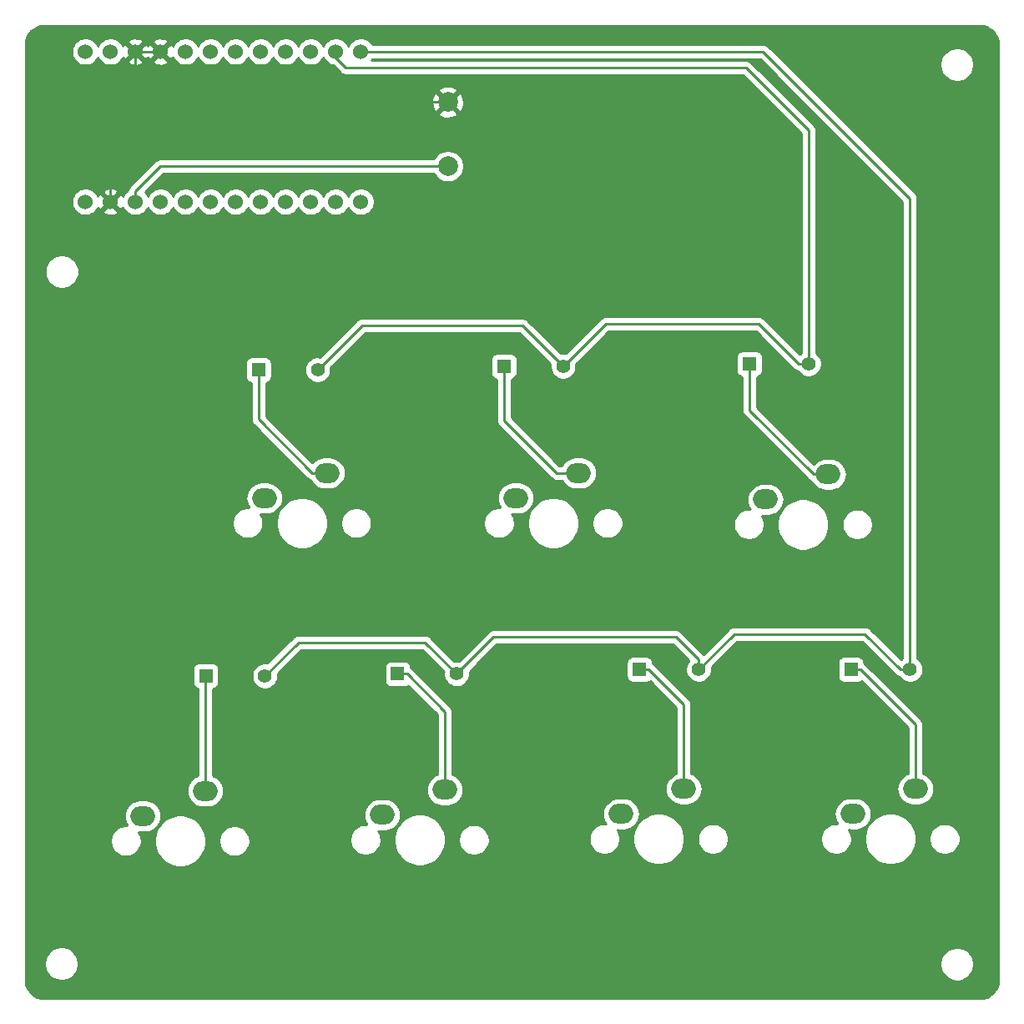
<source format=gbr>
G04 #@! TF.GenerationSoftware,KiCad,Pcbnew,(5.1.5-0-10_14)*
G04 #@! TF.CreationDate,2019-12-18T14:27:56+09:00*
G04 #@! TF.ProjectId,my_keybov2,6d795f6b-6579-4626-9f76-322e6b696361,rev?*
G04 #@! TF.SameCoordinates,Original*
G04 #@! TF.FileFunction,Copper,L1,Top*
G04 #@! TF.FilePolarity,Positive*
%FSLAX46Y46*%
G04 Gerber Fmt 4.6, Leading zero omitted, Abs format (unit mm)*
G04 Created by KiCad (PCBNEW (5.1.5-0-10_14)) date 2019-12-18 14:27:56*
%MOMM*%
%LPD*%
G04 APERTURE LIST*
%ADD10R,1.397000X1.397000*%
%ADD11C,1.397000*%
%ADD12C,2.000000*%
%ADD13O,2.500000X2.000000*%
%ADD14C,1.524000*%
%ADD15C,0.250000*%
%ADD16C,0.254000*%
G04 APERTURE END LIST*
D10*
X91850000Y-82300000D03*
D11*
X97850000Y-82300000D03*
D10*
X116750000Y-81950000D03*
D11*
X122750000Y-81950000D03*
D10*
X141650000Y-81700000D03*
D11*
X147650000Y-81700000D03*
D10*
X86500000Y-113350000D03*
D11*
X92500000Y-113350000D03*
X111950000Y-113150000D03*
D10*
X105950000Y-113150000D03*
D11*
X136500000Y-112700000D03*
D10*
X130500000Y-112700000D03*
D11*
X157950000Y-112700000D03*
D10*
X151950000Y-112700000D03*
D12*
X111050000Y-61650000D03*
X111050000Y-55150000D03*
D13*
X98790000Y-92770000D03*
X92440000Y-95310000D03*
X124290000Y-92770000D03*
X117940000Y-95310000D03*
X149640000Y-92920000D03*
X143290000Y-95460000D03*
X86440000Y-125020000D03*
X80090000Y-127560000D03*
X104390000Y-127460000D03*
X110740000Y-124920000D03*
X128640000Y-127360000D03*
X134990000Y-124820000D03*
X152140000Y-127360000D03*
X158490000Y-124820000D03*
D14*
X74272000Y-50038600D03*
X76812000Y-50038600D03*
X79352000Y-50038600D03*
X81892000Y-50038600D03*
X84432000Y-50038600D03*
X86972000Y-50038600D03*
X89512000Y-50038600D03*
X92052000Y-50038600D03*
X94592000Y-50038600D03*
X97132000Y-50038600D03*
X99672000Y-50038600D03*
X102212000Y-50038600D03*
X102212000Y-65258600D03*
X99672000Y-65258600D03*
X97132000Y-65258600D03*
X94592000Y-65258600D03*
X92052000Y-65258600D03*
X89512000Y-65258600D03*
X86972000Y-65258600D03*
X84432000Y-65258600D03*
X81892000Y-65258600D03*
X79352000Y-65258600D03*
X76812000Y-65258600D03*
X74272000Y-65258600D03*
D15*
X91850000Y-83248500D02*
X91850000Y-82300000D01*
X91850000Y-87330000D02*
X91850000Y-83248500D01*
X97290000Y-92770000D02*
X91850000Y-87330000D01*
X98790000Y-92770000D02*
X97290000Y-92770000D01*
X146662172Y-81700000D02*
X142612172Y-77650000D01*
X147650000Y-81700000D02*
X146662172Y-81700000D01*
X127050000Y-77650000D02*
X122750000Y-81950000D01*
X142612172Y-77650000D02*
X127050000Y-77650000D01*
X122750000Y-81950000D02*
X118600000Y-77800000D01*
X102350000Y-77800000D02*
X97850000Y-82300000D01*
X118600000Y-77800000D02*
X102350000Y-77800000D01*
X141300000Y-51650000D02*
X147650000Y-58000000D01*
X147650000Y-58000000D02*
X147650000Y-81700000D01*
X100700000Y-51650000D02*
X141300000Y-51650000D01*
X99672000Y-50622000D02*
X100700000Y-51650000D01*
X99672000Y-50038600D02*
X99672000Y-50622000D01*
X116750000Y-82898500D02*
X116750000Y-81950000D01*
X124290000Y-92770000D02*
X122070000Y-92770000D01*
X116750000Y-87450000D02*
X116750000Y-81950000D01*
X122070000Y-92770000D02*
X116750000Y-87450000D01*
X141650000Y-86430000D02*
X141650000Y-82648500D01*
X141650000Y-82648500D02*
X141650000Y-81700000D01*
X148140000Y-92920000D02*
X141650000Y-86430000D01*
X149640000Y-92920000D02*
X148140000Y-92920000D01*
X86440000Y-113410000D02*
X86500000Y-113350000D01*
X86440000Y-125020000D02*
X86440000Y-113410000D01*
X156962172Y-112700000D02*
X153362172Y-109100000D01*
X157950000Y-112700000D02*
X156962172Y-112700000D01*
X153362172Y-109100000D02*
X140100000Y-109100000D01*
X140100000Y-109100000D02*
X136500000Y-112700000D01*
X136500000Y-111712172D02*
X134187828Y-109400000D01*
X136500000Y-112700000D02*
X136500000Y-111712172D01*
X115700000Y-109400000D02*
X111950000Y-113150000D01*
X134187828Y-109400000D02*
X115700000Y-109400000D01*
X111950000Y-113150000D02*
X108750000Y-109950000D01*
X95900000Y-109950000D02*
X92500000Y-113350000D01*
X108750000Y-109950000D02*
X95900000Y-109950000D01*
X102212000Y-50038600D02*
X143038600Y-50038600D01*
X157950000Y-64950000D02*
X157950000Y-112700000D01*
X143038600Y-50038600D02*
X157950000Y-64950000D01*
X106898500Y-113150000D02*
X105950000Y-113150000D01*
X110740000Y-116991500D02*
X106898500Y-113150000D01*
X110740000Y-124920000D02*
X110740000Y-116991500D01*
X131448500Y-112700000D02*
X130500000Y-112700000D01*
X134990000Y-116241500D02*
X131448500Y-112700000D01*
X134990000Y-124820000D02*
X134990000Y-116241500D01*
X158490000Y-118291500D02*
X152898500Y-112700000D01*
X152898500Y-112700000D02*
X151950000Y-112700000D01*
X158490000Y-124820000D02*
X158490000Y-118291500D01*
X109635787Y-61650000D02*
X111050000Y-61650000D01*
X81882970Y-61650000D02*
X109635787Y-61650000D01*
X79352000Y-64180970D02*
X81882970Y-61650000D01*
X79352000Y-65258600D02*
X79352000Y-64180970D01*
X76812000Y-57738000D02*
X76812000Y-65258600D01*
X79352000Y-55198000D02*
X76812000Y-57738000D01*
X79352000Y-50038600D02*
X79352000Y-55198000D01*
X84463400Y-55150000D02*
X111050000Y-55150000D01*
X79352000Y-50038600D02*
X84463400Y-55150000D01*
X81892000Y-50038600D02*
X79352000Y-50038600D01*
D16*
G36*
X165388545Y-47434909D02*
G01*
X165739208Y-47540780D01*
X166062625Y-47712744D01*
X166346484Y-47944254D01*
X166579965Y-48226486D01*
X166754183Y-48548695D01*
X166862502Y-48898614D01*
X166904001Y-49293452D01*
X166904000Y-144163721D01*
X166865091Y-144560545D01*
X166759220Y-144911206D01*
X166587257Y-145234623D01*
X166355748Y-145518482D01*
X166073514Y-145751965D01*
X165751304Y-145926184D01*
X165401385Y-146034502D01*
X165006557Y-146076000D01*
X70136279Y-146076000D01*
X69739455Y-146037091D01*
X69388794Y-145931220D01*
X69065377Y-145759257D01*
X68781518Y-145527748D01*
X68548035Y-145245514D01*
X68373816Y-144923304D01*
X68265498Y-144573385D01*
X68224000Y-144178557D01*
X68224000Y-142379117D01*
X70115000Y-142379117D01*
X70115000Y-142720883D01*
X70181675Y-143056081D01*
X70312463Y-143371831D01*
X70502337Y-143655998D01*
X70744002Y-143897663D01*
X71028169Y-144087537D01*
X71343919Y-144218325D01*
X71679117Y-144285000D01*
X72020883Y-144285000D01*
X72356081Y-144218325D01*
X72671831Y-144087537D01*
X72955998Y-143897663D01*
X73197663Y-143655998D01*
X73387537Y-143371831D01*
X73518325Y-143056081D01*
X73585000Y-142720883D01*
X73585000Y-142429117D01*
X160965000Y-142429117D01*
X160965000Y-142770883D01*
X161031675Y-143106081D01*
X161162463Y-143421831D01*
X161352337Y-143705998D01*
X161594002Y-143947663D01*
X161878169Y-144137537D01*
X162193919Y-144268325D01*
X162529117Y-144335000D01*
X162870883Y-144335000D01*
X163206081Y-144268325D01*
X163521831Y-144137537D01*
X163805998Y-143947663D01*
X164047663Y-143705998D01*
X164237537Y-143421831D01*
X164368325Y-143106081D01*
X164435000Y-142770883D01*
X164435000Y-142429117D01*
X164368325Y-142093919D01*
X164237537Y-141778169D01*
X164047663Y-141494002D01*
X163805998Y-141252337D01*
X163521831Y-141062463D01*
X163206081Y-140931675D01*
X162870883Y-140865000D01*
X162529117Y-140865000D01*
X162193919Y-140931675D01*
X161878169Y-141062463D01*
X161594002Y-141252337D01*
X161352337Y-141494002D01*
X161162463Y-141778169D01*
X161031675Y-142093919D01*
X160965000Y-142429117D01*
X73585000Y-142429117D01*
X73585000Y-142379117D01*
X73518325Y-142043919D01*
X73387537Y-141728169D01*
X73197663Y-141444002D01*
X72955998Y-141202337D01*
X72671831Y-141012463D01*
X72356081Y-140881675D01*
X72020883Y-140815000D01*
X71679117Y-140815000D01*
X71343919Y-140881675D01*
X71028169Y-141012463D01*
X70744002Y-141202337D01*
X70502337Y-141444002D01*
X70312463Y-141728169D01*
X70181675Y-142043919D01*
X70115000Y-142379117D01*
X68224000Y-142379117D01*
X68224000Y-129943891D01*
X76815000Y-129943891D01*
X76815000Y-130256109D01*
X76875911Y-130562327D01*
X76995391Y-130850779D01*
X77168850Y-131110379D01*
X77389621Y-131331150D01*
X77649221Y-131504609D01*
X77937673Y-131624089D01*
X78243891Y-131685000D01*
X78556109Y-131685000D01*
X78862327Y-131624089D01*
X79150779Y-131504609D01*
X79410379Y-131331150D01*
X79631150Y-131110379D01*
X79804609Y-130850779D01*
X79924089Y-130562327D01*
X79985000Y-130256109D01*
X79985000Y-129943891D01*
X79964430Y-129840475D01*
X81265000Y-129840475D01*
X81265000Y-130359525D01*
X81366261Y-130868601D01*
X81564893Y-131348141D01*
X81853262Y-131779715D01*
X82220285Y-132146738D01*
X82651859Y-132435107D01*
X83131399Y-132633739D01*
X83640475Y-132735000D01*
X84159525Y-132735000D01*
X84668601Y-132633739D01*
X85148141Y-132435107D01*
X85579715Y-132146738D01*
X85946738Y-131779715D01*
X86235107Y-131348141D01*
X86433739Y-130868601D01*
X86535000Y-130359525D01*
X86535000Y-129943891D01*
X87815000Y-129943891D01*
X87815000Y-130256109D01*
X87875911Y-130562327D01*
X87995391Y-130850779D01*
X88168850Y-131110379D01*
X88389621Y-131331150D01*
X88649221Y-131504609D01*
X88937673Y-131624089D01*
X89243891Y-131685000D01*
X89556109Y-131685000D01*
X89862327Y-131624089D01*
X90150779Y-131504609D01*
X90410379Y-131331150D01*
X90631150Y-131110379D01*
X90804609Y-130850779D01*
X90924089Y-130562327D01*
X90985000Y-130256109D01*
X90985000Y-129943891D01*
X90965109Y-129843891D01*
X101115000Y-129843891D01*
X101115000Y-130156109D01*
X101175911Y-130462327D01*
X101295391Y-130750779D01*
X101468850Y-131010379D01*
X101689621Y-131231150D01*
X101949221Y-131404609D01*
X102237673Y-131524089D01*
X102543891Y-131585000D01*
X102856109Y-131585000D01*
X103162327Y-131524089D01*
X103450779Y-131404609D01*
X103710379Y-131231150D01*
X103931150Y-131010379D01*
X104104609Y-130750779D01*
X104224089Y-130462327D01*
X104285000Y-130156109D01*
X104285000Y-129843891D01*
X104264430Y-129740475D01*
X105565000Y-129740475D01*
X105565000Y-130259525D01*
X105666261Y-130768601D01*
X105864893Y-131248141D01*
X106153262Y-131679715D01*
X106520285Y-132046738D01*
X106951859Y-132335107D01*
X107431399Y-132533739D01*
X107940475Y-132635000D01*
X108459525Y-132635000D01*
X108968601Y-132533739D01*
X109448141Y-132335107D01*
X109879715Y-132046738D01*
X110246738Y-131679715D01*
X110535107Y-131248141D01*
X110733739Y-130768601D01*
X110835000Y-130259525D01*
X110835000Y-129843891D01*
X112115000Y-129843891D01*
X112115000Y-130156109D01*
X112175911Y-130462327D01*
X112295391Y-130750779D01*
X112468850Y-131010379D01*
X112689621Y-131231150D01*
X112949221Y-131404609D01*
X113237673Y-131524089D01*
X113543891Y-131585000D01*
X113856109Y-131585000D01*
X114162327Y-131524089D01*
X114450779Y-131404609D01*
X114710379Y-131231150D01*
X114931150Y-131010379D01*
X115104609Y-130750779D01*
X115224089Y-130462327D01*
X115285000Y-130156109D01*
X115285000Y-129843891D01*
X115265109Y-129743891D01*
X125365000Y-129743891D01*
X125365000Y-130056109D01*
X125425911Y-130362327D01*
X125545391Y-130650779D01*
X125718850Y-130910379D01*
X125939621Y-131131150D01*
X126199221Y-131304609D01*
X126487673Y-131424089D01*
X126793891Y-131485000D01*
X127106109Y-131485000D01*
X127412327Y-131424089D01*
X127700779Y-131304609D01*
X127960379Y-131131150D01*
X128181150Y-130910379D01*
X128354609Y-130650779D01*
X128474089Y-130362327D01*
X128535000Y-130056109D01*
X128535000Y-129743891D01*
X128514430Y-129640475D01*
X129815000Y-129640475D01*
X129815000Y-130159525D01*
X129916261Y-130668601D01*
X130114893Y-131148141D01*
X130403262Y-131579715D01*
X130770285Y-131946738D01*
X131201859Y-132235107D01*
X131681399Y-132433739D01*
X132190475Y-132535000D01*
X132709525Y-132535000D01*
X133218601Y-132433739D01*
X133698141Y-132235107D01*
X134129715Y-131946738D01*
X134496738Y-131579715D01*
X134785107Y-131148141D01*
X134983739Y-130668601D01*
X135085000Y-130159525D01*
X135085000Y-129743891D01*
X136365000Y-129743891D01*
X136365000Y-130056109D01*
X136425911Y-130362327D01*
X136545391Y-130650779D01*
X136718850Y-130910379D01*
X136939621Y-131131150D01*
X137199221Y-131304609D01*
X137487673Y-131424089D01*
X137793891Y-131485000D01*
X138106109Y-131485000D01*
X138412327Y-131424089D01*
X138700779Y-131304609D01*
X138960379Y-131131150D01*
X139181150Y-130910379D01*
X139354609Y-130650779D01*
X139474089Y-130362327D01*
X139535000Y-130056109D01*
X139535000Y-129743891D01*
X148865000Y-129743891D01*
X148865000Y-130056109D01*
X148925911Y-130362327D01*
X149045391Y-130650779D01*
X149218850Y-130910379D01*
X149439621Y-131131150D01*
X149699221Y-131304609D01*
X149987673Y-131424089D01*
X150293891Y-131485000D01*
X150606109Y-131485000D01*
X150912327Y-131424089D01*
X151200779Y-131304609D01*
X151460379Y-131131150D01*
X151681150Y-130910379D01*
X151854609Y-130650779D01*
X151974089Y-130362327D01*
X152035000Y-130056109D01*
X152035000Y-129743891D01*
X152014430Y-129640475D01*
X153315000Y-129640475D01*
X153315000Y-130159525D01*
X153416261Y-130668601D01*
X153614893Y-131148141D01*
X153903262Y-131579715D01*
X154270285Y-131946738D01*
X154701859Y-132235107D01*
X155181399Y-132433739D01*
X155690475Y-132535000D01*
X156209525Y-132535000D01*
X156718601Y-132433739D01*
X157198141Y-132235107D01*
X157629715Y-131946738D01*
X157996738Y-131579715D01*
X158285107Y-131148141D01*
X158483739Y-130668601D01*
X158585000Y-130159525D01*
X158585000Y-129743891D01*
X159865000Y-129743891D01*
X159865000Y-130056109D01*
X159925911Y-130362327D01*
X160045391Y-130650779D01*
X160218850Y-130910379D01*
X160439621Y-131131150D01*
X160699221Y-131304609D01*
X160987673Y-131424089D01*
X161293891Y-131485000D01*
X161606109Y-131485000D01*
X161912327Y-131424089D01*
X162200779Y-131304609D01*
X162460379Y-131131150D01*
X162681150Y-130910379D01*
X162854609Y-130650779D01*
X162974089Y-130362327D01*
X163035000Y-130056109D01*
X163035000Y-129743891D01*
X162974089Y-129437673D01*
X162854609Y-129149221D01*
X162681150Y-128889621D01*
X162460379Y-128668850D01*
X162200779Y-128495391D01*
X161912327Y-128375911D01*
X161606109Y-128315000D01*
X161293891Y-128315000D01*
X160987673Y-128375911D01*
X160699221Y-128495391D01*
X160439621Y-128668850D01*
X160218850Y-128889621D01*
X160045391Y-129149221D01*
X159925911Y-129437673D01*
X159865000Y-129743891D01*
X158585000Y-129743891D01*
X158585000Y-129640475D01*
X158483739Y-129131399D01*
X158285107Y-128651859D01*
X157996738Y-128220285D01*
X157629715Y-127853262D01*
X157198141Y-127564893D01*
X156718601Y-127366261D01*
X156209525Y-127265000D01*
X155690475Y-127265000D01*
X155181399Y-127366261D01*
X154701859Y-127564893D01*
X154270285Y-127853262D01*
X153903262Y-128220285D01*
X153614893Y-128651859D01*
X153416261Y-129131399D01*
X153315000Y-129640475D01*
X152014430Y-129640475D01*
X151974089Y-129437673D01*
X151854609Y-129149221D01*
X151747468Y-128988873D01*
X151809678Y-128995000D01*
X152470322Y-128995000D01*
X152710516Y-128971343D01*
X153018715Y-128877852D01*
X153302752Y-128726031D01*
X153551714Y-128521714D01*
X153756031Y-128272752D01*
X153907852Y-127988715D01*
X154001343Y-127680516D01*
X154032911Y-127360000D01*
X154001343Y-127039484D01*
X153907852Y-126731285D01*
X153756031Y-126447248D01*
X153551714Y-126198286D01*
X153302752Y-125993969D01*
X153018715Y-125842148D01*
X152710516Y-125748657D01*
X152470322Y-125725000D01*
X151809678Y-125725000D01*
X151569484Y-125748657D01*
X151261285Y-125842148D01*
X150977248Y-125993969D01*
X150728286Y-126198286D01*
X150523969Y-126447248D01*
X150372148Y-126731285D01*
X150278657Y-127039484D01*
X150247089Y-127360000D01*
X150278657Y-127680516D01*
X150372148Y-127988715D01*
X150523969Y-128272752D01*
X150558641Y-128315000D01*
X150293891Y-128315000D01*
X149987673Y-128375911D01*
X149699221Y-128495391D01*
X149439621Y-128668850D01*
X149218850Y-128889621D01*
X149045391Y-129149221D01*
X148925911Y-129437673D01*
X148865000Y-129743891D01*
X139535000Y-129743891D01*
X139474089Y-129437673D01*
X139354609Y-129149221D01*
X139181150Y-128889621D01*
X138960379Y-128668850D01*
X138700779Y-128495391D01*
X138412327Y-128375911D01*
X138106109Y-128315000D01*
X137793891Y-128315000D01*
X137487673Y-128375911D01*
X137199221Y-128495391D01*
X136939621Y-128668850D01*
X136718850Y-128889621D01*
X136545391Y-129149221D01*
X136425911Y-129437673D01*
X136365000Y-129743891D01*
X135085000Y-129743891D01*
X135085000Y-129640475D01*
X134983739Y-129131399D01*
X134785107Y-128651859D01*
X134496738Y-128220285D01*
X134129715Y-127853262D01*
X133698141Y-127564893D01*
X133218601Y-127366261D01*
X132709525Y-127265000D01*
X132190475Y-127265000D01*
X131681399Y-127366261D01*
X131201859Y-127564893D01*
X130770285Y-127853262D01*
X130403262Y-128220285D01*
X130114893Y-128651859D01*
X129916261Y-129131399D01*
X129815000Y-129640475D01*
X128514430Y-129640475D01*
X128474089Y-129437673D01*
X128354609Y-129149221D01*
X128247468Y-128988873D01*
X128309678Y-128995000D01*
X128970322Y-128995000D01*
X129210516Y-128971343D01*
X129518715Y-128877852D01*
X129802752Y-128726031D01*
X130051714Y-128521714D01*
X130256031Y-128272752D01*
X130407852Y-127988715D01*
X130501343Y-127680516D01*
X130532911Y-127360000D01*
X130501343Y-127039484D01*
X130407852Y-126731285D01*
X130256031Y-126447248D01*
X130051714Y-126198286D01*
X129802752Y-125993969D01*
X129518715Y-125842148D01*
X129210516Y-125748657D01*
X128970322Y-125725000D01*
X128309678Y-125725000D01*
X128069484Y-125748657D01*
X127761285Y-125842148D01*
X127477248Y-125993969D01*
X127228286Y-126198286D01*
X127023969Y-126447248D01*
X126872148Y-126731285D01*
X126778657Y-127039484D01*
X126747089Y-127360000D01*
X126778657Y-127680516D01*
X126872148Y-127988715D01*
X127023969Y-128272752D01*
X127058641Y-128315000D01*
X126793891Y-128315000D01*
X126487673Y-128375911D01*
X126199221Y-128495391D01*
X125939621Y-128668850D01*
X125718850Y-128889621D01*
X125545391Y-129149221D01*
X125425911Y-129437673D01*
X125365000Y-129743891D01*
X115265109Y-129743891D01*
X115224089Y-129537673D01*
X115104609Y-129249221D01*
X114931150Y-128989621D01*
X114710379Y-128768850D01*
X114450779Y-128595391D01*
X114162327Y-128475911D01*
X113856109Y-128415000D01*
X113543891Y-128415000D01*
X113237673Y-128475911D01*
X112949221Y-128595391D01*
X112689621Y-128768850D01*
X112468850Y-128989621D01*
X112295391Y-129249221D01*
X112175911Y-129537673D01*
X112115000Y-129843891D01*
X110835000Y-129843891D01*
X110835000Y-129740475D01*
X110733739Y-129231399D01*
X110535107Y-128751859D01*
X110246738Y-128320285D01*
X109879715Y-127953262D01*
X109448141Y-127664893D01*
X108968601Y-127466261D01*
X108459525Y-127365000D01*
X107940475Y-127365000D01*
X107431399Y-127466261D01*
X106951859Y-127664893D01*
X106520285Y-127953262D01*
X106153262Y-128320285D01*
X105864893Y-128751859D01*
X105666261Y-129231399D01*
X105565000Y-129740475D01*
X104264430Y-129740475D01*
X104224089Y-129537673D01*
X104104609Y-129249221D01*
X103997468Y-129088873D01*
X104059678Y-129095000D01*
X104720322Y-129095000D01*
X104960516Y-129071343D01*
X105268715Y-128977852D01*
X105552752Y-128826031D01*
X105801714Y-128621714D01*
X106006031Y-128372752D01*
X106157852Y-128088715D01*
X106251343Y-127780516D01*
X106282911Y-127460000D01*
X106251343Y-127139484D01*
X106157852Y-126831285D01*
X106006031Y-126547248D01*
X105801714Y-126298286D01*
X105552752Y-126093969D01*
X105268715Y-125942148D01*
X104960516Y-125848657D01*
X104720322Y-125825000D01*
X104059678Y-125825000D01*
X103819484Y-125848657D01*
X103511285Y-125942148D01*
X103227248Y-126093969D01*
X102978286Y-126298286D01*
X102773969Y-126547248D01*
X102622148Y-126831285D01*
X102528657Y-127139484D01*
X102497089Y-127460000D01*
X102528657Y-127780516D01*
X102622148Y-128088715D01*
X102773969Y-128372752D01*
X102808641Y-128415000D01*
X102543891Y-128415000D01*
X102237673Y-128475911D01*
X101949221Y-128595391D01*
X101689621Y-128768850D01*
X101468850Y-128989621D01*
X101295391Y-129249221D01*
X101175911Y-129537673D01*
X101115000Y-129843891D01*
X90965109Y-129843891D01*
X90924089Y-129637673D01*
X90804609Y-129349221D01*
X90631150Y-129089621D01*
X90410379Y-128868850D01*
X90150779Y-128695391D01*
X89862327Y-128575911D01*
X89556109Y-128515000D01*
X89243891Y-128515000D01*
X88937673Y-128575911D01*
X88649221Y-128695391D01*
X88389621Y-128868850D01*
X88168850Y-129089621D01*
X87995391Y-129349221D01*
X87875911Y-129637673D01*
X87815000Y-129943891D01*
X86535000Y-129943891D01*
X86535000Y-129840475D01*
X86433739Y-129331399D01*
X86235107Y-128851859D01*
X85946738Y-128420285D01*
X85579715Y-128053262D01*
X85148141Y-127764893D01*
X84668601Y-127566261D01*
X84159525Y-127465000D01*
X83640475Y-127465000D01*
X83131399Y-127566261D01*
X82651859Y-127764893D01*
X82220285Y-128053262D01*
X81853262Y-128420285D01*
X81564893Y-128851859D01*
X81366261Y-129331399D01*
X81265000Y-129840475D01*
X79964430Y-129840475D01*
X79924089Y-129637673D01*
X79804609Y-129349221D01*
X79697468Y-129188873D01*
X79759678Y-129195000D01*
X80420322Y-129195000D01*
X80660516Y-129171343D01*
X80968715Y-129077852D01*
X81252752Y-128926031D01*
X81501714Y-128721714D01*
X81706031Y-128472752D01*
X81857852Y-128188715D01*
X81951343Y-127880516D01*
X81982911Y-127560000D01*
X81951343Y-127239484D01*
X81857852Y-126931285D01*
X81706031Y-126647248D01*
X81501714Y-126398286D01*
X81252752Y-126193969D01*
X80968715Y-126042148D01*
X80660516Y-125948657D01*
X80420322Y-125925000D01*
X79759678Y-125925000D01*
X79519484Y-125948657D01*
X79211285Y-126042148D01*
X78927248Y-126193969D01*
X78678286Y-126398286D01*
X78473969Y-126647248D01*
X78322148Y-126931285D01*
X78228657Y-127239484D01*
X78197089Y-127560000D01*
X78228657Y-127880516D01*
X78322148Y-128188715D01*
X78473969Y-128472752D01*
X78508641Y-128515000D01*
X78243891Y-128515000D01*
X77937673Y-128575911D01*
X77649221Y-128695391D01*
X77389621Y-128868850D01*
X77168850Y-129089621D01*
X76995391Y-129349221D01*
X76875911Y-129637673D01*
X76815000Y-129943891D01*
X68224000Y-129943891D01*
X68224000Y-125020000D01*
X84547089Y-125020000D01*
X84578657Y-125340516D01*
X84672148Y-125648715D01*
X84823969Y-125932752D01*
X85028286Y-126181714D01*
X85277248Y-126386031D01*
X85561285Y-126537852D01*
X85869484Y-126631343D01*
X86109678Y-126655000D01*
X86770322Y-126655000D01*
X87010516Y-126631343D01*
X87318715Y-126537852D01*
X87602752Y-126386031D01*
X87851714Y-126181714D01*
X88056031Y-125932752D01*
X88207852Y-125648715D01*
X88301343Y-125340516D01*
X88332911Y-125020000D01*
X88301343Y-124699484D01*
X88207852Y-124391285D01*
X88056031Y-124107248D01*
X87851714Y-123858286D01*
X87602752Y-123653969D01*
X87318715Y-123502148D01*
X87200000Y-123466136D01*
X87200000Y-114686424D01*
X87322982Y-114674312D01*
X87442680Y-114638002D01*
X87552994Y-114579037D01*
X87649685Y-114499685D01*
X87729037Y-114402994D01*
X87788002Y-114292680D01*
X87824312Y-114172982D01*
X87836572Y-114048500D01*
X87836572Y-112651500D01*
X87824312Y-112527018D01*
X87788002Y-112407320D01*
X87729037Y-112297006D01*
X87649685Y-112200315D01*
X87552994Y-112120963D01*
X87442680Y-112061998D01*
X87322982Y-112025688D01*
X87198500Y-112013428D01*
X85801500Y-112013428D01*
X85677018Y-112025688D01*
X85557320Y-112061998D01*
X85447006Y-112120963D01*
X85350315Y-112200315D01*
X85270963Y-112297006D01*
X85211998Y-112407320D01*
X85175688Y-112527018D01*
X85163428Y-112651500D01*
X85163428Y-114048500D01*
X85175688Y-114172982D01*
X85211998Y-114292680D01*
X85270963Y-114402994D01*
X85350315Y-114499685D01*
X85447006Y-114579037D01*
X85557320Y-114638002D01*
X85677018Y-114674312D01*
X85680001Y-114674606D01*
X85680000Y-123466136D01*
X85561285Y-123502148D01*
X85277248Y-123653969D01*
X85028286Y-123858286D01*
X84823969Y-124107248D01*
X84672148Y-124391285D01*
X84578657Y-124699484D01*
X84547089Y-125020000D01*
X68224000Y-125020000D01*
X68224000Y-97693891D01*
X89165000Y-97693891D01*
X89165000Y-98006109D01*
X89225911Y-98312327D01*
X89345391Y-98600779D01*
X89518850Y-98860379D01*
X89739621Y-99081150D01*
X89999221Y-99254609D01*
X90287673Y-99374089D01*
X90593891Y-99435000D01*
X90906109Y-99435000D01*
X91212327Y-99374089D01*
X91500779Y-99254609D01*
X91760379Y-99081150D01*
X91981150Y-98860379D01*
X92154609Y-98600779D01*
X92274089Y-98312327D01*
X92335000Y-98006109D01*
X92335000Y-97693891D01*
X92314430Y-97590475D01*
X93615000Y-97590475D01*
X93615000Y-98109525D01*
X93716261Y-98618601D01*
X93914893Y-99098141D01*
X94203262Y-99529715D01*
X94570285Y-99896738D01*
X95001859Y-100185107D01*
X95481399Y-100383739D01*
X95990475Y-100485000D01*
X96509525Y-100485000D01*
X97018601Y-100383739D01*
X97498141Y-100185107D01*
X97929715Y-99896738D01*
X98296738Y-99529715D01*
X98585107Y-99098141D01*
X98783739Y-98618601D01*
X98885000Y-98109525D01*
X98885000Y-97693891D01*
X100165000Y-97693891D01*
X100165000Y-98006109D01*
X100225911Y-98312327D01*
X100345391Y-98600779D01*
X100518850Y-98860379D01*
X100739621Y-99081150D01*
X100999221Y-99254609D01*
X101287673Y-99374089D01*
X101593891Y-99435000D01*
X101906109Y-99435000D01*
X102212327Y-99374089D01*
X102500779Y-99254609D01*
X102760379Y-99081150D01*
X102981150Y-98860379D01*
X103154609Y-98600779D01*
X103274089Y-98312327D01*
X103335000Y-98006109D01*
X103335000Y-97693891D01*
X114665000Y-97693891D01*
X114665000Y-98006109D01*
X114725911Y-98312327D01*
X114845391Y-98600779D01*
X115018850Y-98860379D01*
X115239621Y-99081150D01*
X115499221Y-99254609D01*
X115787673Y-99374089D01*
X116093891Y-99435000D01*
X116406109Y-99435000D01*
X116712327Y-99374089D01*
X117000779Y-99254609D01*
X117260379Y-99081150D01*
X117481150Y-98860379D01*
X117654609Y-98600779D01*
X117774089Y-98312327D01*
X117835000Y-98006109D01*
X117835000Y-97693891D01*
X117814430Y-97590475D01*
X119115000Y-97590475D01*
X119115000Y-98109525D01*
X119216261Y-98618601D01*
X119414893Y-99098141D01*
X119703262Y-99529715D01*
X120070285Y-99896738D01*
X120501859Y-100185107D01*
X120981399Y-100383739D01*
X121490475Y-100485000D01*
X122009525Y-100485000D01*
X122518601Y-100383739D01*
X122998141Y-100185107D01*
X123429715Y-99896738D01*
X123796738Y-99529715D01*
X124085107Y-99098141D01*
X124283739Y-98618601D01*
X124385000Y-98109525D01*
X124385000Y-97693891D01*
X125665000Y-97693891D01*
X125665000Y-98006109D01*
X125725911Y-98312327D01*
X125845391Y-98600779D01*
X126018850Y-98860379D01*
X126239621Y-99081150D01*
X126499221Y-99254609D01*
X126787673Y-99374089D01*
X127093891Y-99435000D01*
X127406109Y-99435000D01*
X127712327Y-99374089D01*
X128000779Y-99254609D01*
X128260379Y-99081150D01*
X128481150Y-98860379D01*
X128654609Y-98600779D01*
X128774089Y-98312327D01*
X128835000Y-98006109D01*
X128835000Y-97843891D01*
X140015000Y-97843891D01*
X140015000Y-98156109D01*
X140075911Y-98462327D01*
X140195391Y-98750779D01*
X140368850Y-99010379D01*
X140589621Y-99231150D01*
X140849221Y-99404609D01*
X141137673Y-99524089D01*
X141443891Y-99585000D01*
X141756109Y-99585000D01*
X142062327Y-99524089D01*
X142350779Y-99404609D01*
X142610379Y-99231150D01*
X142831150Y-99010379D01*
X143004609Y-98750779D01*
X143124089Y-98462327D01*
X143185000Y-98156109D01*
X143185000Y-97843891D01*
X143164430Y-97740475D01*
X144465000Y-97740475D01*
X144465000Y-98259525D01*
X144566261Y-98768601D01*
X144764893Y-99248141D01*
X145053262Y-99679715D01*
X145420285Y-100046738D01*
X145851859Y-100335107D01*
X146331399Y-100533739D01*
X146840475Y-100635000D01*
X147359525Y-100635000D01*
X147868601Y-100533739D01*
X148348141Y-100335107D01*
X148779715Y-100046738D01*
X149146738Y-99679715D01*
X149435107Y-99248141D01*
X149633739Y-98768601D01*
X149735000Y-98259525D01*
X149735000Y-97843891D01*
X151015000Y-97843891D01*
X151015000Y-98156109D01*
X151075911Y-98462327D01*
X151195391Y-98750779D01*
X151368850Y-99010379D01*
X151589621Y-99231150D01*
X151849221Y-99404609D01*
X152137673Y-99524089D01*
X152443891Y-99585000D01*
X152756109Y-99585000D01*
X153062327Y-99524089D01*
X153350779Y-99404609D01*
X153610379Y-99231150D01*
X153831150Y-99010379D01*
X154004609Y-98750779D01*
X154124089Y-98462327D01*
X154185000Y-98156109D01*
X154185000Y-97843891D01*
X154124089Y-97537673D01*
X154004609Y-97249221D01*
X153831150Y-96989621D01*
X153610379Y-96768850D01*
X153350779Y-96595391D01*
X153062327Y-96475911D01*
X152756109Y-96415000D01*
X152443891Y-96415000D01*
X152137673Y-96475911D01*
X151849221Y-96595391D01*
X151589621Y-96768850D01*
X151368850Y-96989621D01*
X151195391Y-97249221D01*
X151075911Y-97537673D01*
X151015000Y-97843891D01*
X149735000Y-97843891D01*
X149735000Y-97740475D01*
X149633739Y-97231399D01*
X149435107Y-96751859D01*
X149146738Y-96320285D01*
X148779715Y-95953262D01*
X148348141Y-95664893D01*
X147868601Y-95466261D01*
X147359525Y-95365000D01*
X146840475Y-95365000D01*
X146331399Y-95466261D01*
X145851859Y-95664893D01*
X145420285Y-95953262D01*
X145053262Y-96320285D01*
X144764893Y-96751859D01*
X144566261Y-97231399D01*
X144465000Y-97740475D01*
X143164430Y-97740475D01*
X143124089Y-97537673D01*
X143004609Y-97249221D01*
X142897468Y-97088873D01*
X142959678Y-97095000D01*
X143620322Y-97095000D01*
X143860516Y-97071343D01*
X144168715Y-96977852D01*
X144452752Y-96826031D01*
X144701714Y-96621714D01*
X144906031Y-96372752D01*
X145057852Y-96088715D01*
X145151343Y-95780516D01*
X145182911Y-95460000D01*
X145151343Y-95139484D01*
X145057852Y-94831285D01*
X144906031Y-94547248D01*
X144701714Y-94298286D01*
X144452752Y-94093969D01*
X144168715Y-93942148D01*
X143860516Y-93848657D01*
X143620322Y-93825000D01*
X142959678Y-93825000D01*
X142719484Y-93848657D01*
X142411285Y-93942148D01*
X142127248Y-94093969D01*
X141878286Y-94298286D01*
X141673969Y-94547248D01*
X141522148Y-94831285D01*
X141428657Y-95139484D01*
X141397089Y-95460000D01*
X141428657Y-95780516D01*
X141522148Y-96088715D01*
X141673969Y-96372752D01*
X141708641Y-96415000D01*
X141443891Y-96415000D01*
X141137673Y-96475911D01*
X140849221Y-96595391D01*
X140589621Y-96768850D01*
X140368850Y-96989621D01*
X140195391Y-97249221D01*
X140075911Y-97537673D01*
X140015000Y-97843891D01*
X128835000Y-97843891D01*
X128835000Y-97693891D01*
X128774089Y-97387673D01*
X128654609Y-97099221D01*
X128481150Y-96839621D01*
X128260379Y-96618850D01*
X128000779Y-96445391D01*
X127712327Y-96325911D01*
X127406109Y-96265000D01*
X127093891Y-96265000D01*
X126787673Y-96325911D01*
X126499221Y-96445391D01*
X126239621Y-96618850D01*
X126018850Y-96839621D01*
X125845391Y-97099221D01*
X125725911Y-97387673D01*
X125665000Y-97693891D01*
X124385000Y-97693891D01*
X124385000Y-97590475D01*
X124283739Y-97081399D01*
X124085107Y-96601859D01*
X123796738Y-96170285D01*
X123429715Y-95803262D01*
X122998141Y-95514893D01*
X122518601Y-95316261D01*
X122009525Y-95215000D01*
X121490475Y-95215000D01*
X120981399Y-95316261D01*
X120501859Y-95514893D01*
X120070285Y-95803262D01*
X119703262Y-96170285D01*
X119414893Y-96601859D01*
X119216261Y-97081399D01*
X119115000Y-97590475D01*
X117814430Y-97590475D01*
X117774089Y-97387673D01*
X117654609Y-97099221D01*
X117547468Y-96938873D01*
X117609678Y-96945000D01*
X118270322Y-96945000D01*
X118510516Y-96921343D01*
X118818715Y-96827852D01*
X119102752Y-96676031D01*
X119351714Y-96471714D01*
X119556031Y-96222752D01*
X119707852Y-95938715D01*
X119801343Y-95630516D01*
X119832911Y-95310000D01*
X119801343Y-94989484D01*
X119707852Y-94681285D01*
X119556031Y-94397248D01*
X119351714Y-94148286D01*
X119102752Y-93943969D01*
X118818715Y-93792148D01*
X118510516Y-93698657D01*
X118270322Y-93675000D01*
X117609678Y-93675000D01*
X117369484Y-93698657D01*
X117061285Y-93792148D01*
X116777248Y-93943969D01*
X116528286Y-94148286D01*
X116323969Y-94397248D01*
X116172148Y-94681285D01*
X116078657Y-94989484D01*
X116047089Y-95310000D01*
X116078657Y-95630516D01*
X116172148Y-95938715D01*
X116323969Y-96222752D01*
X116358641Y-96265000D01*
X116093891Y-96265000D01*
X115787673Y-96325911D01*
X115499221Y-96445391D01*
X115239621Y-96618850D01*
X115018850Y-96839621D01*
X114845391Y-97099221D01*
X114725911Y-97387673D01*
X114665000Y-97693891D01*
X103335000Y-97693891D01*
X103274089Y-97387673D01*
X103154609Y-97099221D01*
X102981150Y-96839621D01*
X102760379Y-96618850D01*
X102500779Y-96445391D01*
X102212327Y-96325911D01*
X101906109Y-96265000D01*
X101593891Y-96265000D01*
X101287673Y-96325911D01*
X100999221Y-96445391D01*
X100739621Y-96618850D01*
X100518850Y-96839621D01*
X100345391Y-97099221D01*
X100225911Y-97387673D01*
X100165000Y-97693891D01*
X98885000Y-97693891D01*
X98885000Y-97590475D01*
X98783739Y-97081399D01*
X98585107Y-96601859D01*
X98296738Y-96170285D01*
X97929715Y-95803262D01*
X97498141Y-95514893D01*
X97018601Y-95316261D01*
X96509525Y-95215000D01*
X95990475Y-95215000D01*
X95481399Y-95316261D01*
X95001859Y-95514893D01*
X94570285Y-95803262D01*
X94203262Y-96170285D01*
X93914893Y-96601859D01*
X93716261Y-97081399D01*
X93615000Y-97590475D01*
X92314430Y-97590475D01*
X92274089Y-97387673D01*
X92154609Y-97099221D01*
X92047468Y-96938873D01*
X92109678Y-96945000D01*
X92770322Y-96945000D01*
X93010516Y-96921343D01*
X93318715Y-96827852D01*
X93602752Y-96676031D01*
X93851714Y-96471714D01*
X94056031Y-96222752D01*
X94207852Y-95938715D01*
X94301343Y-95630516D01*
X94332911Y-95310000D01*
X94301343Y-94989484D01*
X94207852Y-94681285D01*
X94056031Y-94397248D01*
X93851714Y-94148286D01*
X93602752Y-93943969D01*
X93318715Y-93792148D01*
X93010516Y-93698657D01*
X92770322Y-93675000D01*
X92109678Y-93675000D01*
X91869484Y-93698657D01*
X91561285Y-93792148D01*
X91277248Y-93943969D01*
X91028286Y-94148286D01*
X90823969Y-94397248D01*
X90672148Y-94681285D01*
X90578657Y-94989484D01*
X90547089Y-95310000D01*
X90578657Y-95630516D01*
X90672148Y-95938715D01*
X90823969Y-96222752D01*
X90858641Y-96265000D01*
X90593891Y-96265000D01*
X90287673Y-96325911D01*
X89999221Y-96445391D01*
X89739621Y-96618850D01*
X89518850Y-96839621D01*
X89345391Y-97099221D01*
X89225911Y-97387673D01*
X89165000Y-97693891D01*
X68224000Y-97693891D01*
X68224000Y-81601500D01*
X90513428Y-81601500D01*
X90513428Y-82998500D01*
X90525688Y-83122982D01*
X90561998Y-83242680D01*
X90620963Y-83352994D01*
X90700315Y-83449685D01*
X90797006Y-83529037D01*
X90907320Y-83588002D01*
X91027018Y-83624312D01*
X91090001Y-83630515D01*
X91090000Y-87292677D01*
X91086324Y-87330000D01*
X91090000Y-87367322D01*
X91090000Y-87367332D01*
X91100997Y-87478985D01*
X91137398Y-87598985D01*
X91144454Y-87622246D01*
X91215026Y-87754276D01*
X91254871Y-87802826D01*
X91309999Y-87870001D01*
X91339003Y-87893804D01*
X96726201Y-93281003D01*
X96749999Y-93310001D01*
X96865724Y-93404974D01*
X96997753Y-93475546D01*
X97075883Y-93499246D01*
X97173969Y-93682752D01*
X97378286Y-93931714D01*
X97627248Y-94136031D01*
X97911285Y-94287852D01*
X98219484Y-94381343D01*
X98459678Y-94405000D01*
X99120322Y-94405000D01*
X99360516Y-94381343D01*
X99668715Y-94287852D01*
X99952752Y-94136031D01*
X100201714Y-93931714D01*
X100406031Y-93682752D01*
X100557852Y-93398715D01*
X100651343Y-93090516D01*
X100682911Y-92770000D01*
X100651343Y-92449484D01*
X100557852Y-92141285D01*
X100406031Y-91857248D01*
X100201714Y-91608286D01*
X99952752Y-91403969D01*
X99668715Y-91252148D01*
X99360516Y-91158657D01*
X99120322Y-91135000D01*
X98459678Y-91135000D01*
X98219484Y-91158657D01*
X97911285Y-91252148D01*
X97627248Y-91403969D01*
X97378286Y-91608286D01*
X97299315Y-91704513D01*
X92610000Y-87015199D01*
X92610000Y-83630515D01*
X92672982Y-83624312D01*
X92792680Y-83588002D01*
X92902994Y-83529037D01*
X92999685Y-83449685D01*
X93079037Y-83352994D01*
X93138002Y-83242680D01*
X93174312Y-83122982D01*
X93186572Y-82998500D01*
X93186572Y-81601500D01*
X93174312Y-81477018D01*
X93138002Y-81357320D01*
X93079037Y-81247006D01*
X92999685Y-81150315D01*
X92902994Y-81070963D01*
X92792680Y-81011998D01*
X92672982Y-80975688D01*
X92548500Y-80963428D01*
X91151500Y-80963428D01*
X91027018Y-80975688D01*
X90907320Y-81011998D01*
X90797006Y-81070963D01*
X90700315Y-81150315D01*
X90620963Y-81247006D01*
X90561998Y-81357320D01*
X90525688Y-81477018D01*
X90513428Y-81601500D01*
X68224000Y-81601500D01*
X68224000Y-72179117D01*
X70165000Y-72179117D01*
X70165000Y-72520883D01*
X70231675Y-72856081D01*
X70362463Y-73171831D01*
X70552337Y-73455998D01*
X70794002Y-73697663D01*
X71078169Y-73887537D01*
X71393919Y-74018325D01*
X71729117Y-74085000D01*
X72070883Y-74085000D01*
X72406081Y-74018325D01*
X72721831Y-73887537D01*
X73005998Y-73697663D01*
X73247663Y-73455998D01*
X73437537Y-73171831D01*
X73568325Y-72856081D01*
X73635000Y-72520883D01*
X73635000Y-72179117D01*
X73568325Y-71843919D01*
X73437537Y-71528169D01*
X73247663Y-71244002D01*
X73005998Y-71002337D01*
X72721831Y-70812463D01*
X72406081Y-70681675D01*
X72070883Y-70615000D01*
X71729117Y-70615000D01*
X71393919Y-70681675D01*
X71078169Y-70812463D01*
X70794002Y-71002337D01*
X70552337Y-71244002D01*
X70362463Y-71528169D01*
X70231675Y-71843919D01*
X70165000Y-72179117D01*
X68224000Y-72179117D01*
X68224000Y-65121008D01*
X72875000Y-65121008D01*
X72875000Y-65396192D01*
X72928686Y-65666090D01*
X73033995Y-65920327D01*
X73186880Y-66149135D01*
X73381465Y-66343720D01*
X73610273Y-66496605D01*
X73864510Y-66601914D01*
X74134408Y-66655600D01*
X74409592Y-66655600D01*
X74679490Y-66601914D01*
X74933727Y-66496605D01*
X75162535Y-66343720D01*
X75282090Y-66224165D01*
X76026040Y-66224165D01*
X76093020Y-66464256D01*
X76342048Y-66581356D01*
X76609135Y-66647623D01*
X76884017Y-66660510D01*
X77156133Y-66619522D01*
X77415023Y-66526236D01*
X77530980Y-66464256D01*
X77597960Y-66224165D01*
X76812000Y-65438205D01*
X76026040Y-66224165D01*
X75282090Y-66224165D01*
X75357120Y-66149135D01*
X75510005Y-65920327D01*
X75539692Y-65848657D01*
X75544364Y-65861623D01*
X75606344Y-65977580D01*
X75846435Y-66044560D01*
X76632395Y-65258600D01*
X76991605Y-65258600D01*
X77777565Y-66044560D01*
X78017656Y-65977580D01*
X78081485Y-65841840D01*
X78113995Y-65920327D01*
X78266880Y-66149135D01*
X78461465Y-66343720D01*
X78690273Y-66496605D01*
X78944510Y-66601914D01*
X79214408Y-66655600D01*
X79489592Y-66655600D01*
X79759490Y-66601914D01*
X80013727Y-66496605D01*
X80242535Y-66343720D01*
X80437120Y-66149135D01*
X80590005Y-65920327D01*
X80622000Y-65843085D01*
X80653995Y-65920327D01*
X80806880Y-66149135D01*
X81001465Y-66343720D01*
X81230273Y-66496605D01*
X81484510Y-66601914D01*
X81754408Y-66655600D01*
X82029592Y-66655600D01*
X82299490Y-66601914D01*
X82553727Y-66496605D01*
X82782535Y-66343720D01*
X82977120Y-66149135D01*
X83130005Y-65920327D01*
X83162000Y-65843085D01*
X83193995Y-65920327D01*
X83346880Y-66149135D01*
X83541465Y-66343720D01*
X83770273Y-66496605D01*
X84024510Y-66601914D01*
X84294408Y-66655600D01*
X84569592Y-66655600D01*
X84839490Y-66601914D01*
X85093727Y-66496605D01*
X85322535Y-66343720D01*
X85517120Y-66149135D01*
X85670005Y-65920327D01*
X85702000Y-65843085D01*
X85733995Y-65920327D01*
X85886880Y-66149135D01*
X86081465Y-66343720D01*
X86310273Y-66496605D01*
X86564510Y-66601914D01*
X86834408Y-66655600D01*
X87109592Y-66655600D01*
X87379490Y-66601914D01*
X87633727Y-66496605D01*
X87862535Y-66343720D01*
X88057120Y-66149135D01*
X88210005Y-65920327D01*
X88242000Y-65843085D01*
X88273995Y-65920327D01*
X88426880Y-66149135D01*
X88621465Y-66343720D01*
X88850273Y-66496605D01*
X89104510Y-66601914D01*
X89374408Y-66655600D01*
X89649592Y-66655600D01*
X89919490Y-66601914D01*
X90173727Y-66496605D01*
X90402535Y-66343720D01*
X90597120Y-66149135D01*
X90750005Y-65920327D01*
X90782000Y-65843085D01*
X90813995Y-65920327D01*
X90966880Y-66149135D01*
X91161465Y-66343720D01*
X91390273Y-66496605D01*
X91644510Y-66601914D01*
X91914408Y-66655600D01*
X92189592Y-66655600D01*
X92459490Y-66601914D01*
X92713727Y-66496605D01*
X92942535Y-66343720D01*
X93137120Y-66149135D01*
X93290005Y-65920327D01*
X93322000Y-65843085D01*
X93353995Y-65920327D01*
X93506880Y-66149135D01*
X93701465Y-66343720D01*
X93930273Y-66496605D01*
X94184510Y-66601914D01*
X94454408Y-66655600D01*
X94729592Y-66655600D01*
X94999490Y-66601914D01*
X95253727Y-66496605D01*
X95482535Y-66343720D01*
X95677120Y-66149135D01*
X95830005Y-65920327D01*
X95862000Y-65843085D01*
X95893995Y-65920327D01*
X96046880Y-66149135D01*
X96241465Y-66343720D01*
X96470273Y-66496605D01*
X96724510Y-66601914D01*
X96994408Y-66655600D01*
X97269592Y-66655600D01*
X97539490Y-66601914D01*
X97793727Y-66496605D01*
X98022535Y-66343720D01*
X98217120Y-66149135D01*
X98370005Y-65920327D01*
X98402000Y-65843085D01*
X98433995Y-65920327D01*
X98586880Y-66149135D01*
X98781465Y-66343720D01*
X99010273Y-66496605D01*
X99264510Y-66601914D01*
X99534408Y-66655600D01*
X99809592Y-66655600D01*
X100079490Y-66601914D01*
X100333727Y-66496605D01*
X100562535Y-66343720D01*
X100757120Y-66149135D01*
X100910005Y-65920327D01*
X100942000Y-65843085D01*
X100973995Y-65920327D01*
X101126880Y-66149135D01*
X101321465Y-66343720D01*
X101550273Y-66496605D01*
X101804510Y-66601914D01*
X102074408Y-66655600D01*
X102349592Y-66655600D01*
X102619490Y-66601914D01*
X102873727Y-66496605D01*
X103102535Y-66343720D01*
X103297120Y-66149135D01*
X103450005Y-65920327D01*
X103555314Y-65666090D01*
X103609000Y-65396192D01*
X103609000Y-65121008D01*
X103555314Y-64851110D01*
X103450005Y-64596873D01*
X103297120Y-64368065D01*
X103102535Y-64173480D01*
X102873727Y-64020595D01*
X102619490Y-63915286D01*
X102349592Y-63861600D01*
X102074408Y-63861600D01*
X101804510Y-63915286D01*
X101550273Y-64020595D01*
X101321465Y-64173480D01*
X101126880Y-64368065D01*
X100973995Y-64596873D01*
X100942000Y-64674115D01*
X100910005Y-64596873D01*
X100757120Y-64368065D01*
X100562535Y-64173480D01*
X100333727Y-64020595D01*
X100079490Y-63915286D01*
X99809592Y-63861600D01*
X99534408Y-63861600D01*
X99264510Y-63915286D01*
X99010273Y-64020595D01*
X98781465Y-64173480D01*
X98586880Y-64368065D01*
X98433995Y-64596873D01*
X98402000Y-64674115D01*
X98370005Y-64596873D01*
X98217120Y-64368065D01*
X98022535Y-64173480D01*
X97793727Y-64020595D01*
X97539490Y-63915286D01*
X97269592Y-63861600D01*
X96994408Y-63861600D01*
X96724510Y-63915286D01*
X96470273Y-64020595D01*
X96241465Y-64173480D01*
X96046880Y-64368065D01*
X95893995Y-64596873D01*
X95862000Y-64674115D01*
X95830005Y-64596873D01*
X95677120Y-64368065D01*
X95482535Y-64173480D01*
X95253727Y-64020595D01*
X94999490Y-63915286D01*
X94729592Y-63861600D01*
X94454408Y-63861600D01*
X94184510Y-63915286D01*
X93930273Y-64020595D01*
X93701465Y-64173480D01*
X93506880Y-64368065D01*
X93353995Y-64596873D01*
X93322000Y-64674115D01*
X93290005Y-64596873D01*
X93137120Y-64368065D01*
X92942535Y-64173480D01*
X92713727Y-64020595D01*
X92459490Y-63915286D01*
X92189592Y-63861600D01*
X91914408Y-63861600D01*
X91644510Y-63915286D01*
X91390273Y-64020595D01*
X91161465Y-64173480D01*
X90966880Y-64368065D01*
X90813995Y-64596873D01*
X90782000Y-64674115D01*
X90750005Y-64596873D01*
X90597120Y-64368065D01*
X90402535Y-64173480D01*
X90173727Y-64020595D01*
X89919490Y-63915286D01*
X89649592Y-63861600D01*
X89374408Y-63861600D01*
X89104510Y-63915286D01*
X88850273Y-64020595D01*
X88621465Y-64173480D01*
X88426880Y-64368065D01*
X88273995Y-64596873D01*
X88242000Y-64674115D01*
X88210005Y-64596873D01*
X88057120Y-64368065D01*
X87862535Y-64173480D01*
X87633727Y-64020595D01*
X87379490Y-63915286D01*
X87109592Y-63861600D01*
X86834408Y-63861600D01*
X86564510Y-63915286D01*
X86310273Y-64020595D01*
X86081465Y-64173480D01*
X85886880Y-64368065D01*
X85733995Y-64596873D01*
X85702000Y-64674115D01*
X85670005Y-64596873D01*
X85517120Y-64368065D01*
X85322535Y-64173480D01*
X85093727Y-64020595D01*
X84839490Y-63915286D01*
X84569592Y-63861600D01*
X84294408Y-63861600D01*
X84024510Y-63915286D01*
X83770273Y-64020595D01*
X83541465Y-64173480D01*
X83346880Y-64368065D01*
X83193995Y-64596873D01*
X83162000Y-64674115D01*
X83130005Y-64596873D01*
X82977120Y-64368065D01*
X82782535Y-64173480D01*
X82553727Y-64020595D01*
X82299490Y-63915286D01*
X82029592Y-63861600D01*
X81754408Y-63861600D01*
X81484510Y-63915286D01*
X81230273Y-64020595D01*
X81001465Y-64173480D01*
X80806880Y-64368065D01*
X80653995Y-64596873D01*
X80622000Y-64674115D01*
X80590005Y-64596873D01*
X80437120Y-64368065D01*
X80338413Y-64269358D01*
X82197772Y-62410000D01*
X109595091Y-62410000D01*
X109601082Y-62424463D01*
X109780013Y-62692252D01*
X110007748Y-62919987D01*
X110275537Y-63098918D01*
X110573088Y-63222168D01*
X110888967Y-63285000D01*
X111211033Y-63285000D01*
X111526912Y-63222168D01*
X111824463Y-63098918D01*
X112092252Y-62919987D01*
X112319987Y-62692252D01*
X112498918Y-62424463D01*
X112622168Y-62126912D01*
X112685000Y-61811033D01*
X112685000Y-61488967D01*
X112622168Y-61173088D01*
X112498918Y-60875537D01*
X112319987Y-60607748D01*
X112092252Y-60380013D01*
X111824463Y-60201082D01*
X111526912Y-60077832D01*
X111211033Y-60015000D01*
X110888967Y-60015000D01*
X110573088Y-60077832D01*
X110275537Y-60201082D01*
X110007748Y-60380013D01*
X109780013Y-60607748D01*
X109601082Y-60875537D01*
X109595091Y-60890000D01*
X81920292Y-60890000D01*
X81882969Y-60886324D01*
X81845646Y-60890000D01*
X81845637Y-60890000D01*
X81733984Y-60900997D01*
X81590723Y-60944454D01*
X81458693Y-61015026D01*
X81375053Y-61083668D01*
X81342969Y-61109999D01*
X81319171Y-61138997D01*
X78840998Y-63617171D01*
X78812000Y-63640969D01*
X78788202Y-63669967D01*
X78788201Y-63669968D01*
X78717026Y-63756694D01*
X78646454Y-63888724D01*
X78602998Y-64031985D01*
X78598051Y-64082216D01*
X78461465Y-64173480D01*
X78266880Y-64368065D01*
X78113995Y-64596873D01*
X78084308Y-64668543D01*
X78079636Y-64655577D01*
X78017656Y-64539620D01*
X77777565Y-64472640D01*
X76991605Y-65258600D01*
X76632395Y-65258600D01*
X75846435Y-64472640D01*
X75606344Y-64539620D01*
X75542515Y-64675360D01*
X75510005Y-64596873D01*
X75357120Y-64368065D01*
X75282090Y-64293035D01*
X76026040Y-64293035D01*
X76812000Y-65078995D01*
X77597960Y-64293035D01*
X77530980Y-64052944D01*
X77281952Y-63935844D01*
X77014865Y-63869577D01*
X76739983Y-63856690D01*
X76467867Y-63897678D01*
X76208977Y-63990964D01*
X76093020Y-64052944D01*
X76026040Y-64293035D01*
X75282090Y-64293035D01*
X75162535Y-64173480D01*
X74933727Y-64020595D01*
X74679490Y-63915286D01*
X74409592Y-63861600D01*
X74134408Y-63861600D01*
X73864510Y-63915286D01*
X73610273Y-64020595D01*
X73381465Y-64173480D01*
X73186880Y-64368065D01*
X73033995Y-64596873D01*
X72928686Y-64851110D01*
X72875000Y-65121008D01*
X68224000Y-65121008D01*
X68224000Y-56285413D01*
X110094192Y-56285413D01*
X110189956Y-56549814D01*
X110479571Y-56690704D01*
X110791108Y-56772384D01*
X111112595Y-56791718D01*
X111431675Y-56747961D01*
X111736088Y-56642795D01*
X111910044Y-56549814D01*
X112005808Y-56285413D01*
X111050000Y-55329605D01*
X110094192Y-56285413D01*
X68224000Y-56285413D01*
X68224000Y-55212595D01*
X109408282Y-55212595D01*
X109452039Y-55531675D01*
X109557205Y-55836088D01*
X109650186Y-56010044D01*
X109914587Y-56105808D01*
X110870395Y-55150000D01*
X111229605Y-55150000D01*
X112185413Y-56105808D01*
X112449814Y-56010044D01*
X112590704Y-55720429D01*
X112672384Y-55408892D01*
X112691718Y-55087405D01*
X112647961Y-54768325D01*
X112542795Y-54463912D01*
X112449814Y-54289956D01*
X112185413Y-54194192D01*
X111229605Y-55150000D01*
X110870395Y-55150000D01*
X109914587Y-54194192D01*
X109650186Y-54289956D01*
X109509296Y-54579571D01*
X109427616Y-54891108D01*
X109408282Y-55212595D01*
X68224000Y-55212595D01*
X68224000Y-54014587D01*
X110094192Y-54014587D01*
X111050000Y-54970395D01*
X112005808Y-54014587D01*
X111910044Y-53750186D01*
X111620429Y-53609296D01*
X111308892Y-53527616D01*
X110987405Y-53508282D01*
X110668325Y-53552039D01*
X110363912Y-53657205D01*
X110189956Y-53750186D01*
X110094192Y-54014587D01*
X68224000Y-54014587D01*
X68224000Y-49901008D01*
X72875000Y-49901008D01*
X72875000Y-50176192D01*
X72928686Y-50446090D01*
X73033995Y-50700327D01*
X73186880Y-50929135D01*
X73381465Y-51123720D01*
X73610273Y-51276605D01*
X73864510Y-51381914D01*
X74134408Y-51435600D01*
X74409592Y-51435600D01*
X74679490Y-51381914D01*
X74933727Y-51276605D01*
X75162535Y-51123720D01*
X75357120Y-50929135D01*
X75510005Y-50700327D01*
X75542000Y-50623085D01*
X75573995Y-50700327D01*
X75726880Y-50929135D01*
X75921465Y-51123720D01*
X76150273Y-51276605D01*
X76404510Y-51381914D01*
X76674408Y-51435600D01*
X76949592Y-51435600D01*
X77219490Y-51381914D01*
X77473727Y-51276605D01*
X77702535Y-51123720D01*
X77822090Y-51004165D01*
X78566040Y-51004165D01*
X78633020Y-51244256D01*
X78882048Y-51361356D01*
X79149135Y-51427623D01*
X79424017Y-51440510D01*
X79696133Y-51399522D01*
X79955023Y-51306236D01*
X80070980Y-51244256D01*
X80137960Y-51004165D01*
X81106040Y-51004165D01*
X81173020Y-51244256D01*
X81422048Y-51361356D01*
X81689135Y-51427623D01*
X81964017Y-51440510D01*
X82236133Y-51399522D01*
X82495023Y-51306236D01*
X82610980Y-51244256D01*
X82677960Y-51004165D01*
X81892000Y-50218205D01*
X81106040Y-51004165D01*
X80137960Y-51004165D01*
X79352000Y-50218205D01*
X78566040Y-51004165D01*
X77822090Y-51004165D01*
X77897120Y-50929135D01*
X78050005Y-50700327D01*
X78079692Y-50628657D01*
X78084364Y-50641623D01*
X78146344Y-50757580D01*
X78386435Y-50824560D01*
X79172395Y-50038600D01*
X79531605Y-50038600D01*
X80317565Y-50824560D01*
X80557656Y-50757580D01*
X80619079Y-50626956D01*
X80624364Y-50641623D01*
X80686344Y-50757580D01*
X80926435Y-50824560D01*
X81712395Y-50038600D01*
X82071605Y-50038600D01*
X82857565Y-50824560D01*
X83097656Y-50757580D01*
X83161485Y-50621840D01*
X83193995Y-50700327D01*
X83346880Y-50929135D01*
X83541465Y-51123720D01*
X83770273Y-51276605D01*
X84024510Y-51381914D01*
X84294408Y-51435600D01*
X84569592Y-51435600D01*
X84839490Y-51381914D01*
X85093727Y-51276605D01*
X85322535Y-51123720D01*
X85517120Y-50929135D01*
X85670005Y-50700327D01*
X85702000Y-50623085D01*
X85733995Y-50700327D01*
X85886880Y-50929135D01*
X86081465Y-51123720D01*
X86310273Y-51276605D01*
X86564510Y-51381914D01*
X86834408Y-51435600D01*
X87109592Y-51435600D01*
X87379490Y-51381914D01*
X87633727Y-51276605D01*
X87862535Y-51123720D01*
X88057120Y-50929135D01*
X88210005Y-50700327D01*
X88242000Y-50623085D01*
X88273995Y-50700327D01*
X88426880Y-50929135D01*
X88621465Y-51123720D01*
X88850273Y-51276605D01*
X89104510Y-51381914D01*
X89374408Y-51435600D01*
X89649592Y-51435600D01*
X89919490Y-51381914D01*
X90173727Y-51276605D01*
X90402535Y-51123720D01*
X90597120Y-50929135D01*
X90750005Y-50700327D01*
X90782000Y-50623085D01*
X90813995Y-50700327D01*
X90966880Y-50929135D01*
X91161465Y-51123720D01*
X91390273Y-51276605D01*
X91644510Y-51381914D01*
X91914408Y-51435600D01*
X92189592Y-51435600D01*
X92459490Y-51381914D01*
X92713727Y-51276605D01*
X92942535Y-51123720D01*
X93137120Y-50929135D01*
X93290005Y-50700327D01*
X93322000Y-50623085D01*
X93353995Y-50700327D01*
X93506880Y-50929135D01*
X93701465Y-51123720D01*
X93930273Y-51276605D01*
X94184510Y-51381914D01*
X94454408Y-51435600D01*
X94729592Y-51435600D01*
X94999490Y-51381914D01*
X95253727Y-51276605D01*
X95482535Y-51123720D01*
X95677120Y-50929135D01*
X95830005Y-50700327D01*
X95862000Y-50623085D01*
X95893995Y-50700327D01*
X96046880Y-50929135D01*
X96241465Y-51123720D01*
X96470273Y-51276605D01*
X96724510Y-51381914D01*
X96994408Y-51435600D01*
X97269592Y-51435600D01*
X97539490Y-51381914D01*
X97793727Y-51276605D01*
X98022535Y-51123720D01*
X98217120Y-50929135D01*
X98370005Y-50700327D01*
X98402000Y-50623085D01*
X98433995Y-50700327D01*
X98586880Y-50929135D01*
X98781465Y-51123720D01*
X99010273Y-51276605D01*
X99264510Y-51381914D01*
X99380106Y-51404908D01*
X100136200Y-52161002D01*
X100159999Y-52190001D01*
X100188997Y-52213799D01*
X100275724Y-52284974D01*
X100407753Y-52355546D01*
X100551014Y-52399003D01*
X100700000Y-52413677D01*
X100737333Y-52410000D01*
X140985199Y-52410000D01*
X146890000Y-58314802D01*
X146890001Y-80604028D01*
X146799943Y-80664203D01*
X146750560Y-80713586D01*
X143175976Y-77139003D01*
X143152173Y-77109999D01*
X143036448Y-77015026D01*
X142904419Y-76944454D01*
X142761158Y-76900997D01*
X142649505Y-76890000D01*
X142649494Y-76890000D01*
X142612172Y-76886324D01*
X142574850Y-76890000D01*
X127087322Y-76890000D01*
X127049999Y-76886324D01*
X127012676Y-76890000D01*
X127012667Y-76890000D01*
X126901014Y-76900997D01*
X126757753Y-76944454D01*
X126625724Y-77015026D01*
X126509999Y-77109999D01*
X126486201Y-77138997D01*
X122987568Y-80637631D01*
X122881338Y-80616500D01*
X122618662Y-80616500D01*
X122512432Y-80637630D01*
X119163804Y-77289003D01*
X119140001Y-77259999D01*
X119024276Y-77165026D01*
X118892247Y-77094454D01*
X118748986Y-77050997D01*
X118637333Y-77040000D01*
X118637322Y-77040000D01*
X118600000Y-77036324D01*
X118562678Y-77040000D01*
X102387322Y-77040000D01*
X102349999Y-77036324D01*
X102312676Y-77040000D01*
X102312667Y-77040000D01*
X102201014Y-77050997D01*
X102084960Y-77086201D01*
X102057753Y-77094454D01*
X101925723Y-77165026D01*
X101851763Y-77225724D01*
X101809999Y-77259999D01*
X101786201Y-77288997D01*
X98087568Y-80987631D01*
X97981338Y-80966500D01*
X97718662Y-80966500D01*
X97461032Y-81017746D01*
X97218351Y-81118268D01*
X96999943Y-81264203D01*
X96814203Y-81449943D01*
X96668268Y-81668351D01*
X96567746Y-81911032D01*
X96516500Y-82168662D01*
X96516500Y-82431338D01*
X96567746Y-82688968D01*
X96668268Y-82931649D01*
X96814203Y-83150057D01*
X96999943Y-83335797D01*
X97218351Y-83481732D01*
X97461032Y-83582254D01*
X97718662Y-83633500D01*
X97981338Y-83633500D01*
X98238968Y-83582254D01*
X98481649Y-83481732D01*
X98700057Y-83335797D01*
X98885797Y-83150057D01*
X99031732Y-82931649D01*
X99132254Y-82688968D01*
X99183500Y-82431338D01*
X99183500Y-82168662D01*
X99162369Y-82062432D01*
X99973301Y-81251500D01*
X115413428Y-81251500D01*
X115413428Y-82648500D01*
X115425688Y-82772982D01*
X115461998Y-82892680D01*
X115520963Y-83002994D01*
X115600315Y-83099685D01*
X115697006Y-83179037D01*
X115807320Y-83238002D01*
X115927018Y-83274312D01*
X115990001Y-83280515D01*
X115990000Y-87412677D01*
X115986324Y-87450000D01*
X115990000Y-87487322D01*
X115990000Y-87487332D01*
X116000997Y-87598985D01*
X116044454Y-87742246D01*
X116115026Y-87874276D01*
X116154871Y-87922826D01*
X116209999Y-87990001D01*
X116239003Y-88013804D01*
X121506201Y-93281003D01*
X121529999Y-93310001D01*
X121558997Y-93333799D01*
X121645723Y-93404974D01*
X121748671Y-93460001D01*
X121777753Y-93475546D01*
X121921014Y-93519003D01*
X122032667Y-93530000D01*
X122032676Y-93530000D01*
X122069999Y-93533676D01*
X122107322Y-93530000D01*
X122592321Y-93530000D01*
X122673969Y-93682752D01*
X122878286Y-93931714D01*
X123127248Y-94136031D01*
X123411285Y-94287852D01*
X123719484Y-94381343D01*
X123959678Y-94405000D01*
X124620322Y-94405000D01*
X124860516Y-94381343D01*
X125168715Y-94287852D01*
X125452752Y-94136031D01*
X125701714Y-93931714D01*
X125906031Y-93682752D01*
X126057852Y-93398715D01*
X126151343Y-93090516D01*
X126182911Y-92770000D01*
X126151343Y-92449484D01*
X126057852Y-92141285D01*
X125906031Y-91857248D01*
X125701714Y-91608286D01*
X125452752Y-91403969D01*
X125168715Y-91252148D01*
X124860516Y-91158657D01*
X124620322Y-91135000D01*
X123959678Y-91135000D01*
X123719484Y-91158657D01*
X123411285Y-91252148D01*
X123127248Y-91403969D01*
X122878286Y-91608286D01*
X122673969Y-91857248D01*
X122592321Y-92010000D01*
X122384802Y-92010000D01*
X117510000Y-87135199D01*
X117510000Y-83280515D01*
X117572982Y-83274312D01*
X117692680Y-83238002D01*
X117802994Y-83179037D01*
X117899685Y-83099685D01*
X117979037Y-83002994D01*
X118038002Y-82892680D01*
X118074312Y-82772982D01*
X118086572Y-82648500D01*
X118086572Y-81251500D01*
X118074312Y-81127018D01*
X118038002Y-81007320D01*
X117979037Y-80897006D01*
X117899685Y-80800315D01*
X117802994Y-80720963D01*
X117692680Y-80661998D01*
X117572982Y-80625688D01*
X117448500Y-80613428D01*
X116051500Y-80613428D01*
X115927018Y-80625688D01*
X115807320Y-80661998D01*
X115697006Y-80720963D01*
X115600315Y-80800315D01*
X115520963Y-80897006D01*
X115461998Y-81007320D01*
X115425688Y-81127018D01*
X115413428Y-81251500D01*
X99973301Y-81251500D01*
X102664802Y-78560000D01*
X118285199Y-78560000D01*
X121437630Y-81712432D01*
X121416500Y-81818662D01*
X121416500Y-82081338D01*
X121467746Y-82338968D01*
X121568268Y-82581649D01*
X121714203Y-82800057D01*
X121899943Y-82985797D01*
X122118351Y-83131732D01*
X122361032Y-83232254D01*
X122618662Y-83283500D01*
X122881338Y-83283500D01*
X123138968Y-83232254D01*
X123381649Y-83131732D01*
X123600057Y-82985797D01*
X123785797Y-82800057D01*
X123931732Y-82581649D01*
X124032254Y-82338968D01*
X124083500Y-82081338D01*
X124083500Y-81818662D01*
X124062369Y-81712432D01*
X124773301Y-81001500D01*
X140313428Y-81001500D01*
X140313428Y-82398500D01*
X140325688Y-82522982D01*
X140361998Y-82642680D01*
X140420963Y-82752994D01*
X140500315Y-82849685D01*
X140597006Y-82929037D01*
X140707320Y-82988002D01*
X140827018Y-83024312D01*
X140890001Y-83030515D01*
X140890000Y-86392677D01*
X140886324Y-86430000D01*
X140890000Y-86467322D01*
X140890000Y-86467332D01*
X140900997Y-86578985D01*
X140936197Y-86695026D01*
X140944454Y-86722246D01*
X141015026Y-86854276D01*
X141054871Y-86902826D01*
X141109999Y-86970001D01*
X141139003Y-86993804D01*
X147576201Y-93431003D01*
X147599999Y-93460001D01*
X147628997Y-93483799D01*
X147715723Y-93554974D01*
X147847753Y-93625546D01*
X147925883Y-93649246D01*
X148023969Y-93832752D01*
X148228286Y-94081714D01*
X148477248Y-94286031D01*
X148761285Y-94437852D01*
X149069484Y-94531343D01*
X149309678Y-94555000D01*
X149970322Y-94555000D01*
X150210516Y-94531343D01*
X150518715Y-94437852D01*
X150802752Y-94286031D01*
X151051714Y-94081714D01*
X151256031Y-93832752D01*
X151407852Y-93548715D01*
X151501343Y-93240516D01*
X151532911Y-92920000D01*
X151501343Y-92599484D01*
X151407852Y-92291285D01*
X151256031Y-92007248D01*
X151051714Y-91758286D01*
X150802752Y-91553969D01*
X150518715Y-91402148D01*
X150210516Y-91308657D01*
X149970322Y-91285000D01*
X149309678Y-91285000D01*
X149069484Y-91308657D01*
X148761285Y-91402148D01*
X148477248Y-91553969D01*
X148228286Y-91758286D01*
X148149315Y-91854513D01*
X142410000Y-86115199D01*
X142410000Y-83030515D01*
X142472982Y-83024312D01*
X142592680Y-82988002D01*
X142702994Y-82929037D01*
X142799685Y-82849685D01*
X142879037Y-82752994D01*
X142938002Y-82642680D01*
X142974312Y-82522982D01*
X142986572Y-82398500D01*
X142986572Y-81001500D01*
X142974312Y-80877018D01*
X142938002Y-80757320D01*
X142879037Y-80647006D01*
X142799685Y-80550315D01*
X142702994Y-80470963D01*
X142592680Y-80411998D01*
X142472982Y-80375688D01*
X142348500Y-80363428D01*
X140951500Y-80363428D01*
X140827018Y-80375688D01*
X140707320Y-80411998D01*
X140597006Y-80470963D01*
X140500315Y-80550315D01*
X140420963Y-80647006D01*
X140361998Y-80757320D01*
X140325688Y-80877018D01*
X140313428Y-81001500D01*
X124773301Y-81001500D01*
X127364802Y-78410000D01*
X142297371Y-78410000D01*
X146098373Y-82211003D01*
X146122171Y-82240001D01*
X146151169Y-82263799D01*
X146237895Y-82334974D01*
X146356743Y-82398500D01*
X146369925Y-82405546D01*
X146513186Y-82449003D01*
X146549041Y-82452534D01*
X146614203Y-82550057D01*
X146799943Y-82735797D01*
X147018351Y-82881732D01*
X147261032Y-82982254D01*
X147518662Y-83033500D01*
X147781338Y-83033500D01*
X148038968Y-82982254D01*
X148281649Y-82881732D01*
X148500057Y-82735797D01*
X148685797Y-82550057D01*
X148831732Y-82331649D01*
X148932254Y-82088968D01*
X148983500Y-81831338D01*
X148983500Y-81568662D01*
X148932254Y-81311032D01*
X148831732Y-81068351D01*
X148685797Y-80849943D01*
X148500057Y-80664203D01*
X148410000Y-80604029D01*
X148410000Y-58037322D01*
X148413676Y-57999999D01*
X148410000Y-57962676D01*
X148410000Y-57962667D01*
X148399003Y-57851014D01*
X148355546Y-57707753D01*
X148284975Y-57575725D01*
X148284974Y-57575723D01*
X148213799Y-57488997D01*
X148190001Y-57459999D01*
X148161004Y-57436202D01*
X141863804Y-51139003D01*
X141840001Y-51109999D01*
X141724276Y-51015026D01*
X141592247Y-50944454D01*
X141448986Y-50900997D01*
X141337333Y-50890000D01*
X141337322Y-50890000D01*
X141300000Y-50886324D01*
X141262678Y-50890000D01*
X103323269Y-50890000D01*
X103384341Y-50798600D01*
X142723799Y-50798600D01*
X157190000Y-65264802D01*
X157190001Y-111604028D01*
X157099943Y-111664203D01*
X157050560Y-111713586D01*
X153925976Y-108589003D01*
X153902173Y-108559999D01*
X153786448Y-108465026D01*
X153654419Y-108394454D01*
X153511158Y-108350997D01*
X153399505Y-108340000D01*
X153399494Y-108340000D01*
X153362172Y-108336324D01*
X153324850Y-108340000D01*
X140137323Y-108340000D01*
X140100000Y-108336324D01*
X140062677Y-108340000D01*
X140062667Y-108340000D01*
X139951014Y-108350997D01*
X139807753Y-108394454D01*
X139675724Y-108465026D01*
X139559999Y-108559999D01*
X139536201Y-108588997D01*
X136993914Y-111131284D01*
X134751632Y-108889003D01*
X134727829Y-108859999D01*
X134612104Y-108765026D01*
X134480075Y-108694454D01*
X134336814Y-108650997D01*
X134225161Y-108640000D01*
X134225150Y-108640000D01*
X134187828Y-108636324D01*
X134150506Y-108640000D01*
X115737323Y-108640000D01*
X115700000Y-108636324D01*
X115662677Y-108640000D01*
X115662667Y-108640000D01*
X115551014Y-108650997D01*
X115407753Y-108694454D01*
X115275724Y-108765026D01*
X115159999Y-108859999D01*
X115136201Y-108888997D01*
X112187568Y-111837631D01*
X112081338Y-111816500D01*
X111818662Y-111816500D01*
X111712433Y-111837630D01*
X109313804Y-109439003D01*
X109290001Y-109409999D01*
X109174276Y-109315026D01*
X109042247Y-109244454D01*
X108898986Y-109200997D01*
X108787333Y-109190000D01*
X108787322Y-109190000D01*
X108750000Y-109186324D01*
X108712678Y-109190000D01*
X95937322Y-109190000D01*
X95899999Y-109186324D01*
X95862676Y-109190000D01*
X95862667Y-109190000D01*
X95751014Y-109200997D01*
X95607753Y-109244454D01*
X95475723Y-109315026D01*
X95392083Y-109383668D01*
X95359999Y-109409999D01*
X95336201Y-109438997D01*
X92737568Y-112037631D01*
X92631338Y-112016500D01*
X92368662Y-112016500D01*
X92111032Y-112067746D01*
X91868351Y-112168268D01*
X91649943Y-112314203D01*
X91464203Y-112499943D01*
X91318268Y-112718351D01*
X91217746Y-112961032D01*
X91166500Y-113218662D01*
X91166500Y-113481338D01*
X91217746Y-113738968D01*
X91318268Y-113981649D01*
X91464203Y-114200057D01*
X91649943Y-114385797D01*
X91868351Y-114531732D01*
X92111032Y-114632254D01*
X92368662Y-114683500D01*
X92631338Y-114683500D01*
X92888968Y-114632254D01*
X93131649Y-114531732D01*
X93350057Y-114385797D01*
X93535797Y-114200057D01*
X93681732Y-113981649D01*
X93782254Y-113738968D01*
X93833500Y-113481338D01*
X93833500Y-113218662D01*
X93812369Y-113112432D01*
X94473301Y-112451500D01*
X104613428Y-112451500D01*
X104613428Y-113848500D01*
X104625688Y-113972982D01*
X104661998Y-114092680D01*
X104720963Y-114202994D01*
X104800315Y-114299685D01*
X104897006Y-114379037D01*
X105007320Y-114438002D01*
X105127018Y-114474312D01*
X105251500Y-114486572D01*
X106648500Y-114486572D01*
X106772982Y-114474312D01*
X106892680Y-114438002D01*
X107002994Y-114379037D01*
X107030314Y-114356616D01*
X109980001Y-117306304D01*
X109980000Y-123366136D01*
X109861285Y-123402148D01*
X109577248Y-123553969D01*
X109328286Y-123758286D01*
X109123969Y-124007248D01*
X108972148Y-124291285D01*
X108878657Y-124599484D01*
X108847089Y-124920000D01*
X108878657Y-125240516D01*
X108972148Y-125548715D01*
X109123969Y-125832752D01*
X109328286Y-126081714D01*
X109577248Y-126286031D01*
X109861285Y-126437852D01*
X110169484Y-126531343D01*
X110409678Y-126555000D01*
X111070322Y-126555000D01*
X111310516Y-126531343D01*
X111618715Y-126437852D01*
X111902752Y-126286031D01*
X112151714Y-126081714D01*
X112356031Y-125832752D01*
X112507852Y-125548715D01*
X112601343Y-125240516D01*
X112632911Y-124920000D01*
X112601343Y-124599484D01*
X112507852Y-124291285D01*
X112356031Y-124007248D01*
X112151714Y-123758286D01*
X111902752Y-123553969D01*
X111618715Y-123402148D01*
X111500000Y-123366136D01*
X111500000Y-117028822D01*
X111503676Y-116991499D01*
X111500000Y-116954176D01*
X111500000Y-116954167D01*
X111489003Y-116842514D01*
X111445546Y-116699253D01*
X111374974Y-116567224D01*
X111361811Y-116551185D01*
X111303799Y-116480496D01*
X111303795Y-116480492D01*
X111280001Y-116451499D01*
X111251008Y-116427705D01*
X107462304Y-112639003D01*
X107438501Y-112609999D01*
X107322776Y-112515026D01*
X107286572Y-112495674D01*
X107286572Y-112451500D01*
X107274312Y-112327018D01*
X107238002Y-112207320D01*
X107179037Y-112097006D01*
X107099685Y-112000315D01*
X107002994Y-111920963D01*
X106892680Y-111861998D01*
X106772982Y-111825688D01*
X106648500Y-111813428D01*
X105251500Y-111813428D01*
X105127018Y-111825688D01*
X105007320Y-111861998D01*
X104897006Y-111920963D01*
X104800315Y-112000315D01*
X104720963Y-112097006D01*
X104661998Y-112207320D01*
X104625688Y-112327018D01*
X104613428Y-112451500D01*
X94473301Y-112451500D01*
X96214802Y-110710000D01*
X108435199Y-110710000D01*
X110637630Y-112912433D01*
X110616500Y-113018662D01*
X110616500Y-113281338D01*
X110667746Y-113538968D01*
X110768268Y-113781649D01*
X110914203Y-114000057D01*
X111099943Y-114185797D01*
X111318351Y-114331732D01*
X111561032Y-114432254D01*
X111818662Y-114483500D01*
X112081338Y-114483500D01*
X112338968Y-114432254D01*
X112581649Y-114331732D01*
X112800057Y-114185797D01*
X112985797Y-114000057D01*
X113131732Y-113781649D01*
X113232254Y-113538968D01*
X113283500Y-113281338D01*
X113283500Y-113018662D01*
X113262369Y-112912432D01*
X114173301Y-112001500D01*
X129163428Y-112001500D01*
X129163428Y-113398500D01*
X129175688Y-113522982D01*
X129211998Y-113642680D01*
X129270963Y-113752994D01*
X129350315Y-113849685D01*
X129447006Y-113929037D01*
X129557320Y-113988002D01*
X129677018Y-114024312D01*
X129801500Y-114036572D01*
X131198500Y-114036572D01*
X131322982Y-114024312D01*
X131442680Y-113988002D01*
X131552994Y-113929037D01*
X131580315Y-113906616D01*
X134230001Y-116556303D01*
X134230000Y-123266136D01*
X134111285Y-123302148D01*
X133827248Y-123453969D01*
X133578286Y-123658286D01*
X133373969Y-123907248D01*
X133222148Y-124191285D01*
X133128657Y-124499484D01*
X133097089Y-124820000D01*
X133128657Y-125140516D01*
X133222148Y-125448715D01*
X133373969Y-125732752D01*
X133578286Y-125981714D01*
X133827248Y-126186031D01*
X134111285Y-126337852D01*
X134419484Y-126431343D01*
X134659678Y-126455000D01*
X135320322Y-126455000D01*
X135560516Y-126431343D01*
X135868715Y-126337852D01*
X136152752Y-126186031D01*
X136401714Y-125981714D01*
X136606031Y-125732752D01*
X136757852Y-125448715D01*
X136851343Y-125140516D01*
X136882911Y-124820000D01*
X136851343Y-124499484D01*
X136757852Y-124191285D01*
X136606031Y-123907248D01*
X136401714Y-123658286D01*
X136152752Y-123453969D01*
X135868715Y-123302148D01*
X135750000Y-123266136D01*
X135750000Y-116278822D01*
X135753676Y-116241499D01*
X135750000Y-116204176D01*
X135750000Y-116204167D01*
X135739003Y-116092514D01*
X135695546Y-115949253D01*
X135624974Y-115817224D01*
X135530001Y-115701499D01*
X135501003Y-115677701D01*
X132012304Y-112189003D01*
X131988501Y-112159999D01*
X131872776Y-112065026D01*
X131836572Y-112045674D01*
X131836572Y-112001500D01*
X131824312Y-111877018D01*
X131788002Y-111757320D01*
X131729037Y-111647006D01*
X131649685Y-111550315D01*
X131552994Y-111470963D01*
X131442680Y-111411998D01*
X131322982Y-111375688D01*
X131198500Y-111363428D01*
X129801500Y-111363428D01*
X129677018Y-111375688D01*
X129557320Y-111411998D01*
X129447006Y-111470963D01*
X129350315Y-111550315D01*
X129270963Y-111647006D01*
X129211998Y-111757320D01*
X129175688Y-111877018D01*
X129163428Y-112001500D01*
X114173301Y-112001500D01*
X116014802Y-110160000D01*
X133873027Y-110160000D01*
X135513586Y-111800560D01*
X135464203Y-111849943D01*
X135318268Y-112068351D01*
X135217746Y-112311032D01*
X135166500Y-112568662D01*
X135166500Y-112831338D01*
X135217746Y-113088968D01*
X135318268Y-113331649D01*
X135464203Y-113550057D01*
X135649943Y-113735797D01*
X135868351Y-113881732D01*
X136111032Y-113982254D01*
X136368662Y-114033500D01*
X136631338Y-114033500D01*
X136888968Y-113982254D01*
X137131649Y-113881732D01*
X137350057Y-113735797D01*
X137535797Y-113550057D01*
X137681732Y-113331649D01*
X137782254Y-113088968D01*
X137833500Y-112831338D01*
X137833500Y-112568662D01*
X137812369Y-112462432D01*
X138273301Y-112001500D01*
X150613428Y-112001500D01*
X150613428Y-113398500D01*
X150625688Y-113522982D01*
X150661998Y-113642680D01*
X150720963Y-113752994D01*
X150800315Y-113849685D01*
X150897006Y-113929037D01*
X151007320Y-113988002D01*
X151127018Y-114024312D01*
X151251500Y-114036572D01*
X152648500Y-114036572D01*
X152772982Y-114024312D01*
X152892680Y-113988002D01*
X153002994Y-113929037D01*
X153030315Y-113906616D01*
X157730001Y-118606303D01*
X157730000Y-123266136D01*
X157611285Y-123302148D01*
X157327248Y-123453969D01*
X157078286Y-123658286D01*
X156873969Y-123907248D01*
X156722148Y-124191285D01*
X156628657Y-124499484D01*
X156597089Y-124820000D01*
X156628657Y-125140516D01*
X156722148Y-125448715D01*
X156873969Y-125732752D01*
X157078286Y-125981714D01*
X157327248Y-126186031D01*
X157611285Y-126337852D01*
X157919484Y-126431343D01*
X158159678Y-126455000D01*
X158820322Y-126455000D01*
X159060516Y-126431343D01*
X159368715Y-126337852D01*
X159652752Y-126186031D01*
X159901714Y-125981714D01*
X160106031Y-125732752D01*
X160257852Y-125448715D01*
X160351343Y-125140516D01*
X160382911Y-124820000D01*
X160351343Y-124499484D01*
X160257852Y-124191285D01*
X160106031Y-123907248D01*
X159901714Y-123658286D01*
X159652752Y-123453969D01*
X159368715Y-123302148D01*
X159250000Y-123266136D01*
X159250000Y-118328822D01*
X159253676Y-118291499D01*
X159250000Y-118254176D01*
X159250000Y-118254167D01*
X159239003Y-118142514D01*
X159195546Y-117999253D01*
X159124974Y-117867223D01*
X159053799Y-117780497D01*
X159030001Y-117751499D01*
X159001003Y-117727701D01*
X153462304Y-112189003D01*
X153438501Y-112159999D01*
X153322776Y-112065026D01*
X153286572Y-112045674D01*
X153286572Y-112001500D01*
X153274312Y-111877018D01*
X153238002Y-111757320D01*
X153179037Y-111647006D01*
X153099685Y-111550315D01*
X153002994Y-111470963D01*
X152892680Y-111411998D01*
X152772982Y-111375688D01*
X152648500Y-111363428D01*
X151251500Y-111363428D01*
X151127018Y-111375688D01*
X151007320Y-111411998D01*
X150897006Y-111470963D01*
X150800315Y-111550315D01*
X150720963Y-111647006D01*
X150661998Y-111757320D01*
X150625688Y-111877018D01*
X150613428Y-112001500D01*
X138273301Y-112001500D01*
X140414802Y-109860000D01*
X153047371Y-109860000D01*
X156398372Y-113211002D01*
X156422171Y-113240001D01*
X156537896Y-113334974D01*
X156669925Y-113405546D01*
X156813186Y-113449003D01*
X156849041Y-113452534D01*
X156914203Y-113550057D01*
X157099943Y-113735797D01*
X157318351Y-113881732D01*
X157561032Y-113982254D01*
X157818662Y-114033500D01*
X158081338Y-114033500D01*
X158338968Y-113982254D01*
X158581649Y-113881732D01*
X158800057Y-113735797D01*
X158985797Y-113550057D01*
X159131732Y-113331649D01*
X159232254Y-113088968D01*
X159283500Y-112831338D01*
X159283500Y-112568662D01*
X159232254Y-112311032D01*
X159131732Y-112068351D01*
X158985797Y-111849943D01*
X158800057Y-111664203D01*
X158710000Y-111604029D01*
X158710000Y-64987322D01*
X158713676Y-64949999D01*
X158710000Y-64912676D01*
X158710000Y-64912667D01*
X158699003Y-64801014D01*
X158655546Y-64657753D01*
X158627480Y-64605246D01*
X158584974Y-64525723D01*
X158513799Y-64438997D01*
X158490001Y-64409999D01*
X158461004Y-64386202D01*
X145253919Y-51179117D01*
X160965000Y-51179117D01*
X160965000Y-51520883D01*
X161031675Y-51856081D01*
X161162463Y-52171831D01*
X161352337Y-52455998D01*
X161594002Y-52697663D01*
X161878169Y-52887537D01*
X162193919Y-53018325D01*
X162529117Y-53085000D01*
X162870883Y-53085000D01*
X163206081Y-53018325D01*
X163521831Y-52887537D01*
X163805998Y-52697663D01*
X164047663Y-52455998D01*
X164237537Y-52171831D01*
X164368325Y-51856081D01*
X164435000Y-51520883D01*
X164435000Y-51179117D01*
X164368325Y-50843919D01*
X164237537Y-50528169D01*
X164047663Y-50244002D01*
X163805998Y-50002337D01*
X163521831Y-49812463D01*
X163206081Y-49681675D01*
X162870883Y-49615000D01*
X162529117Y-49615000D01*
X162193919Y-49681675D01*
X161878169Y-49812463D01*
X161594002Y-50002337D01*
X161352337Y-50244002D01*
X161162463Y-50528169D01*
X161031675Y-50843919D01*
X160965000Y-51179117D01*
X145253919Y-51179117D01*
X143602404Y-49527603D01*
X143578601Y-49498599D01*
X143462876Y-49403626D01*
X143330847Y-49333054D01*
X143187586Y-49289597D01*
X143075933Y-49278600D01*
X143075922Y-49278600D01*
X143038600Y-49274924D01*
X143001278Y-49278600D01*
X103384341Y-49278600D01*
X103297120Y-49148065D01*
X103102535Y-48953480D01*
X102873727Y-48800595D01*
X102619490Y-48695286D01*
X102349592Y-48641600D01*
X102074408Y-48641600D01*
X101804510Y-48695286D01*
X101550273Y-48800595D01*
X101321465Y-48953480D01*
X101126880Y-49148065D01*
X100973995Y-49376873D01*
X100942000Y-49454115D01*
X100910005Y-49376873D01*
X100757120Y-49148065D01*
X100562535Y-48953480D01*
X100333727Y-48800595D01*
X100079490Y-48695286D01*
X99809592Y-48641600D01*
X99534408Y-48641600D01*
X99264510Y-48695286D01*
X99010273Y-48800595D01*
X98781465Y-48953480D01*
X98586880Y-49148065D01*
X98433995Y-49376873D01*
X98402000Y-49454115D01*
X98370005Y-49376873D01*
X98217120Y-49148065D01*
X98022535Y-48953480D01*
X97793727Y-48800595D01*
X97539490Y-48695286D01*
X97269592Y-48641600D01*
X96994408Y-48641600D01*
X96724510Y-48695286D01*
X96470273Y-48800595D01*
X96241465Y-48953480D01*
X96046880Y-49148065D01*
X95893995Y-49376873D01*
X95862000Y-49454115D01*
X95830005Y-49376873D01*
X95677120Y-49148065D01*
X95482535Y-48953480D01*
X95253727Y-48800595D01*
X94999490Y-48695286D01*
X94729592Y-48641600D01*
X94454408Y-48641600D01*
X94184510Y-48695286D01*
X93930273Y-48800595D01*
X93701465Y-48953480D01*
X93506880Y-49148065D01*
X93353995Y-49376873D01*
X93322000Y-49454115D01*
X93290005Y-49376873D01*
X93137120Y-49148065D01*
X92942535Y-48953480D01*
X92713727Y-48800595D01*
X92459490Y-48695286D01*
X92189592Y-48641600D01*
X91914408Y-48641600D01*
X91644510Y-48695286D01*
X91390273Y-48800595D01*
X91161465Y-48953480D01*
X90966880Y-49148065D01*
X90813995Y-49376873D01*
X90782000Y-49454115D01*
X90750005Y-49376873D01*
X90597120Y-49148065D01*
X90402535Y-48953480D01*
X90173727Y-48800595D01*
X89919490Y-48695286D01*
X89649592Y-48641600D01*
X89374408Y-48641600D01*
X89104510Y-48695286D01*
X88850273Y-48800595D01*
X88621465Y-48953480D01*
X88426880Y-49148065D01*
X88273995Y-49376873D01*
X88242000Y-49454115D01*
X88210005Y-49376873D01*
X88057120Y-49148065D01*
X87862535Y-48953480D01*
X87633727Y-48800595D01*
X87379490Y-48695286D01*
X87109592Y-48641600D01*
X86834408Y-48641600D01*
X86564510Y-48695286D01*
X86310273Y-48800595D01*
X86081465Y-48953480D01*
X85886880Y-49148065D01*
X85733995Y-49376873D01*
X85702000Y-49454115D01*
X85670005Y-49376873D01*
X85517120Y-49148065D01*
X85322535Y-48953480D01*
X85093727Y-48800595D01*
X84839490Y-48695286D01*
X84569592Y-48641600D01*
X84294408Y-48641600D01*
X84024510Y-48695286D01*
X83770273Y-48800595D01*
X83541465Y-48953480D01*
X83346880Y-49148065D01*
X83193995Y-49376873D01*
X83164308Y-49448543D01*
X83159636Y-49435577D01*
X83097656Y-49319620D01*
X82857565Y-49252640D01*
X82071605Y-50038600D01*
X81712395Y-50038600D01*
X80926435Y-49252640D01*
X80686344Y-49319620D01*
X80624921Y-49450244D01*
X80619636Y-49435577D01*
X80557656Y-49319620D01*
X80317565Y-49252640D01*
X79531605Y-50038600D01*
X79172395Y-50038600D01*
X78386435Y-49252640D01*
X78146344Y-49319620D01*
X78082515Y-49455360D01*
X78050005Y-49376873D01*
X77897120Y-49148065D01*
X77822090Y-49073035D01*
X78566040Y-49073035D01*
X79352000Y-49858995D01*
X80137960Y-49073035D01*
X81106040Y-49073035D01*
X81892000Y-49858995D01*
X82677960Y-49073035D01*
X82610980Y-48832944D01*
X82361952Y-48715844D01*
X82094865Y-48649577D01*
X81819983Y-48636690D01*
X81547867Y-48677678D01*
X81288977Y-48770964D01*
X81173020Y-48832944D01*
X81106040Y-49073035D01*
X80137960Y-49073035D01*
X80070980Y-48832944D01*
X79821952Y-48715844D01*
X79554865Y-48649577D01*
X79279983Y-48636690D01*
X79007867Y-48677678D01*
X78748977Y-48770964D01*
X78633020Y-48832944D01*
X78566040Y-49073035D01*
X77822090Y-49073035D01*
X77702535Y-48953480D01*
X77473727Y-48800595D01*
X77219490Y-48695286D01*
X76949592Y-48641600D01*
X76674408Y-48641600D01*
X76404510Y-48695286D01*
X76150273Y-48800595D01*
X75921465Y-48953480D01*
X75726880Y-49148065D01*
X75573995Y-49376873D01*
X75542000Y-49454115D01*
X75510005Y-49376873D01*
X75357120Y-49148065D01*
X75162535Y-48953480D01*
X74933727Y-48800595D01*
X74679490Y-48695286D01*
X74409592Y-48641600D01*
X74134408Y-48641600D01*
X73864510Y-48695286D01*
X73610273Y-48800595D01*
X73381465Y-48953480D01*
X73186880Y-49148065D01*
X73033995Y-49376873D01*
X72928686Y-49631110D01*
X72875000Y-49901008D01*
X68224000Y-49901008D01*
X68224000Y-49308279D01*
X68262909Y-48911455D01*
X68368780Y-48560792D01*
X68540744Y-48237375D01*
X68772254Y-47953516D01*
X69054486Y-47720035D01*
X69376695Y-47545817D01*
X69726614Y-47437498D01*
X70121443Y-47396000D01*
X164991721Y-47396000D01*
X165388545Y-47434909D01*
G37*
X165388545Y-47434909D02*
X165739208Y-47540780D01*
X166062625Y-47712744D01*
X166346484Y-47944254D01*
X166579965Y-48226486D01*
X166754183Y-48548695D01*
X166862502Y-48898614D01*
X166904001Y-49293452D01*
X166904000Y-144163721D01*
X166865091Y-144560545D01*
X166759220Y-144911206D01*
X166587257Y-145234623D01*
X166355748Y-145518482D01*
X166073514Y-145751965D01*
X165751304Y-145926184D01*
X165401385Y-146034502D01*
X165006557Y-146076000D01*
X70136279Y-146076000D01*
X69739455Y-146037091D01*
X69388794Y-145931220D01*
X69065377Y-145759257D01*
X68781518Y-145527748D01*
X68548035Y-145245514D01*
X68373816Y-144923304D01*
X68265498Y-144573385D01*
X68224000Y-144178557D01*
X68224000Y-142379117D01*
X70115000Y-142379117D01*
X70115000Y-142720883D01*
X70181675Y-143056081D01*
X70312463Y-143371831D01*
X70502337Y-143655998D01*
X70744002Y-143897663D01*
X71028169Y-144087537D01*
X71343919Y-144218325D01*
X71679117Y-144285000D01*
X72020883Y-144285000D01*
X72356081Y-144218325D01*
X72671831Y-144087537D01*
X72955998Y-143897663D01*
X73197663Y-143655998D01*
X73387537Y-143371831D01*
X73518325Y-143056081D01*
X73585000Y-142720883D01*
X73585000Y-142429117D01*
X160965000Y-142429117D01*
X160965000Y-142770883D01*
X161031675Y-143106081D01*
X161162463Y-143421831D01*
X161352337Y-143705998D01*
X161594002Y-143947663D01*
X161878169Y-144137537D01*
X162193919Y-144268325D01*
X162529117Y-144335000D01*
X162870883Y-144335000D01*
X163206081Y-144268325D01*
X163521831Y-144137537D01*
X163805998Y-143947663D01*
X164047663Y-143705998D01*
X164237537Y-143421831D01*
X164368325Y-143106081D01*
X164435000Y-142770883D01*
X164435000Y-142429117D01*
X164368325Y-142093919D01*
X164237537Y-141778169D01*
X164047663Y-141494002D01*
X163805998Y-141252337D01*
X163521831Y-141062463D01*
X163206081Y-140931675D01*
X162870883Y-140865000D01*
X162529117Y-140865000D01*
X162193919Y-140931675D01*
X161878169Y-141062463D01*
X161594002Y-141252337D01*
X161352337Y-141494002D01*
X161162463Y-141778169D01*
X161031675Y-142093919D01*
X160965000Y-142429117D01*
X73585000Y-142429117D01*
X73585000Y-142379117D01*
X73518325Y-142043919D01*
X73387537Y-141728169D01*
X73197663Y-141444002D01*
X72955998Y-141202337D01*
X72671831Y-141012463D01*
X72356081Y-140881675D01*
X72020883Y-140815000D01*
X71679117Y-140815000D01*
X71343919Y-140881675D01*
X71028169Y-141012463D01*
X70744002Y-141202337D01*
X70502337Y-141444002D01*
X70312463Y-141728169D01*
X70181675Y-142043919D01*
X70115000Y-142379117D01*
X68224000Y-142379117D01*
X68224000Y-129943891D01*
X76815000Y-129943891D01*
X76815000Y-130256109D01*
X76875911Y-130562327D01*
X76995391Y-130850779D01*
X77168850Y-131110379D01*
X77389621Y-131331150D01*
X77649221Y-131504609D01*
X77937673Y-131624089D01*
X78243891Y-131685000D01*
X78556109Y-131685000D01*
X78862327Y-131624089D01*
X79150779Y-131504609D01*
X79410379Y-131331150D01*
X79631150Y-131110379D01*
X79804609Y-130850779D01*
X79924089Y-130562327D01*
X79985000Y-130256109D01*
X79985000Y-129943891D01*
X79964430Y-129840475D01*
X81265000Y-129840475D01*
X81265000Y-130359525D01*
X81366261Y-130868601D01*
X81564893Y-131348141D01*
X81853262Y-131779715D01*
X82220285Y-132146738D01*
X82651859Y-132435107D01*
X83131399Y-132633739D01*
X83640475Y-132735000D01*
X84159525Y-132735000D01*
X84668601Y-132633739D01*
X85148141Y-132435107D01*
X85579715Y-132146738D01*
X85946738Y-131779715D01*
X86235107Y-131348141D01*
X86433739Y-130868601D01*
X86535000Y-130359525D01*
X86535000Y-129943891D01*
X87815000Y-129943891D01*
X87815000Y-130256109D01*
X87875911Y-130562327D01*
X87995391Y-130850779D01*
X88168850Y-131110379D01*
X88389621Y-131331150D01*
X88649221Y-131504609D01*
X88937673Y-131624089D01*
X89243891Y-131685000D01*
X89556109Y-131685000D01*
X89862327Y-131624089D01*
X90150779Y-131504609D01*
X90410379Y-131331150D01*
X90631150Y-131110379D01*
X90804609Y-130850779D01*
X90924089Y-130562327D01*
X90985000Y-130256109D01*
X90985000Y-129943891D01*
X90965109Y-129843891D01*
X101115000Y-129843891D01*
X101115000Y-130156109D01*
X101175911Y-130462327D01*
X101295391Y-130750779D01*
X101468850Y-131010379D01*
X101689621Y-131231150D01*
X101949221Y-131404609D01*
X102237673Y-131524089D01*
X102543891Y-131585000D01*
X102856109Y-131585000D01*
X103162327Y-131524089D01*
X103450779Y-131404609D01*
X103710379Y-131231150D01*
X103931150Y-131010379D01*
X104104609Y-130750779D01*
X104224089Y-130462327D01*
X104285000Y-130156109D01*
X104285000Y-129843891D01*
X104264430Y-129740475D01*
X105565000Y-129740475D01*
X105565000Y-130259525D01*
X105666261Y-130768601D01*
X105864893Y-131248141D01*
X106153262Y-131679715D01*
X106520285Y-132046738D01*
X106951859Y-132335107D01*
X107431399Y-132533739D01*
X107940475Y-132635000D01*
X108459525Y-132635000D01*
X108968601Y-132533739D01*
X109448141Y-132335107D01*
X109879715Y-132046738D01*
X110246738Y-131679715D01*
X110535107Y-131248141D01*
X110733739Y-130768601D01*
X110835000Y-130259525D01*
X110835000Y-129843891D01*
X112115000Y-129843891D01*
X112115000Y-130156109D01*
X112175911Y-130462327D01*
X112295391Y-130750779D01*
X112468850Y-131010379D01*
X112689621Y-131231150D01*
X112949221Y-131404609D01*
X113237673Y-131524089D01*
X113543891Y-131585000D01*
X113856109Y-131585000D01*
X114162327Y-131524089D01*
X114450779Y-131404609D01*
X114710379Y-131231150D01*
X114931150Y-131010379D01*
X115104609Y-130750779D01*
X115224089Y-130462327D01*
X115285000Y-130156109D01*
X115285000Y-129843891D01*
X115265109Y-129743891D01*
X125365000Y-129743891D01*
X125365000Y-130056109D01*
X125425911Y-130362327D01*
X125545391Y-130650779D01*
X125718850Y-130910379D01*
X125939621Y-131131150D01*
X126199221Y-131304609D01*
X126487673Y-131424089D01*
X126793891Y-131485000D01*
X127106109Y-131485000D01*
X127412327Y-131424089D01*
X127700779Y-131304609D01*
X127960379Y-131131150D01*
X128181150Y-130910379D01*
X128354609Y-130650779D01*
X128474089Y-130362327D01*
X128535000Y-130056109D01*
X128535000Y-129743891D01*
X128514430Y-129640475D01*
X129815000Y-129640475D01*
X129815000Y-130159525D01*
X129916261Y-130668601D01*
X130114893Y-131148141D01*
X130403262Y-131579715D01*
X130770285Y-131946738D01*
X131201859Y-132235107D01*
X131681399Y-132433739D01*
X132190475Y-132535000D01*
X132709525Y-132535000D01*
X133218601Y-132433739D01*
X133698141Y-132235107D01*
X134129715Y-131946738D01*
X134496738Y-131579715D01*
X134785107Y-131148141D01*
X134983739Y-130668601D01*
X135085000Y-130159525D01*
X135085000Y-129743891D01*
X136365000Y-129743891D01*
X136365000Y-130056109D01*
X136425911Y-130362327D01*
X136545391Y-130650779D01*
X136718850Y-130910379D01*
X136939621Y-131131150D01*
X137199221Y-131304609D01*
X137487673Y-131424089D01*
X137793891Y-131485000D01*
X138106109Y-131485000D01*
X138412327Y-131424089D01*
X138700779Y-131304609D01*
X138960379Y-131131150D01*
X139181150Y-130910379D01*
X139354609Y-130650779D01*
X139474089Y-130362327D01*
X139535000Y-130056109D01*
X139535000Y-129743891D01*
X148865000Y-129743891D01*
X148865000Y-130056109D01*
X148925911Y-130362327D01*
X149045391Y-130650779D01*
X149218850Y-130910379D01*
X149439621Y-131131150D01*
X149699221Y-131304609D01*
X149987673Y-131424089D01*
X150293891Y-131485000D01*
X150606109Y-131485000D01*
X150912327Y-131424089D01*
X151200779Y-131304609D01*
X151460379Y-131131150D01*
X151681150Y-130910379D01*
X151854609Y-130650779D01*
X151974089Y-130362327D01*
X152035000Y-130056109D01*
X152035000Y-129743891D01*
X152014430Y-129640475D01*
X153315000Y-129640475D01*
X153315000Y-130159525D01*
X153416261Y-130668601D01*
X153614893Y-131148141D01*
X153903262Y-131579715D01*
X154270285Y-131946738D01*
X154701859Y-132235107D01*
X155181399Y-132433739D01*
X155690475Y-132535000D01*
X156209525Y-132535000D01*
X156718601Y-132433739D01*
X157198141Y-132235107D01*
X157629715Y-131946738D01*
X157996738Y-131579715D01*
X158285107Y-131148141D01*
X158483739Y-130668601D01*
X158585000Y-130159525D01*
X158585000Y-129743891D01*
X159865000Y-129743891D01*
X159865000Y-130056109D01*
X159925911Y-130362327D01*
X160045391Y-130650779D01*
X160218850Y-130910379D01*
X160439621Y-131131150D01*
X160699221Y-131304609D01*
X160987673Y-131424089D01*
X161293891Y-131485000D01*
X161606109Y-131485000D01*
X161912327Y-131424089D01*
X162200779Y-131304609D01*
X162460379Y-131131150D01*
X162681150Y-130910379D01*
X162854609Y-130650779D01*
X162974089Y-130362327D01*
X163035000Y-130056109D01*
X163035000Y-129743891D01*
X162974089Y-129437673D01*
X162854609Y-129149221D01*
X162681150Y-128889621D01*
X162460379Y-128668850D01*
X162200779Y-128495391D01*
X161912327Y-128375911D01*
X161606109Y-128315000D01*
X161293891Y-128315000D01*
X160987673Y-128375911D01*
X160699221Y-128495391D01*
X160439621Y-128668850D01*
X160218850Y-128889621D01*
X160045391Y-129149221D01*
X159925911Y-129437673D01*
X159865000Y-129743891D01*
X158585000Y-129743891D01*
X158585000Y-129640475D01*
X158483739Y-129131399D01*
X158285107Y-128651859D01*
X157996738Y-128220285D01*
X157629715Y-127853262D01*
X157198141Y-127564893D01*
X156718601Y-127366261D01*
X156209525Y-127265000D01*
X155690475Y-127265000D01*
X155181399Y-127366261D01*
X154701859Y-127564893D01*
X154270285Y-127853262D01*
X153903262Y-128220285D01*
X153614893Y-128651859D01*
X153416261Y-129131399D01*
X153315000Y-129640475D01*
X152014430Y-129640475D01*
X151974089Y-129437673D01*
X151854609Y-129149221D01*
X151747468Y-128988873D01*
X151809678Y-128995000D01*
X152470322Y-128995000D01*
X152710516Y-128971343D01*
X153018715Y-128877852D01*
X153302752Y-128726031D01*
X153551714Y-128521714D01*
X153756031Y-128272752D01*
X153907852Y-127988715D01*
X154001343Y-127680516D01*
X154032911Y-127360000D01*
X154001343Y-127039484D01*
X153907852Y-126731285D01*
X153756031Y-126447248D01*
X153551714Y-126198286D01*
X153302752Y-125993969D01*
X153018715Y-125842148D01*
X152710516Y-125748657D01*
X152470322Y-125725000D01*
X151809678Y-125725000D01*
X151569484Y-125748657D01*
X151261285Y-125842148D01*
X150977248Y-125993969D01*
X150728286Y-126198286D01*
X150523969Y-126447248D01*
X150372148Y-126731285D01*
X150278657Y-127039484D01*
X150247089Y-127360000D01*
X150278657Y-127680516D01*
X150372148Y-127988715D01*
X150523969Y-128272752D01*
X150558641Y-128315000D01*
X150293891Y-128315000D01*
X149987673Y-128375911D01*
X149699221Y-128495391D01*
X149439621Y-128668850D01*
X149218850Y-128889621D01*
X149045391Y-129149221D01*
X148925911Y-129437673D01*
X148865000Y-129743891D01*
X139535000Y-129743891D01*
X139474089Y-129437673D01*
X139354609Y-129149221D01*
X139181150Y-128889621D01*
X138960379Y-128668850D01*
X138700779Y-128495391D01*
X138412327Y-128375911D01*
X138106109Y-128315000D01*
X137793891Y-128315000D01*
X137487673Y-128375911D01*
X137199221Y-128495391D01*
X136939621Y-128668850D01*
X136718850Y-128889621D01*
X136545391Y-129149221D01*
X136425911Y-129437673D01*
X136365000Y-129743891D01*
X135085000Y-129743891D01*
X135085000Y-129640475D01*
X134983739Y-129131399D01*
X134785107Y-128651859D01*
X134496738Y-128220285D01*
X134129715Y-127853262D01*
X133698141Y-127564893D01*
X133218601Y-127366261D01*
X132709525Y-127265000D01*
X132190475Y-127265000D01*
X131681399Y-127366261D01*
X131201859Y-127564893D01*
X130770285Y-127853262D01*
X130403262Y-128220285D01*
X130114893Y-128651859D01*
X129916261Y-129131399D01*
X129815000Y-129640475D01*
X128514430Y-129640475D01*
X128474089Y-129437673D01*
X128354609Y-129149221D01*
X128247468Y-128988873D01*
X128309678Y-128995000D01*
X128970322Y-128995000D01*
X129210516Y-128971343D01*
X129518715Y-128877852D01*
X129802752Y-128726031D01*
X130051714Y-128521714D01*
X130256031Y-128272752D01*
X130407852Y-127988715D01*
X130501343Y-127680516D01*
X130532911Y-127360000D01*
X130501343Y-127039484D01*
X130407852Y-126731285D01*
X130256031Y-126447248D01*
X130051714Y-126198286D01*
X129802752Y-125993969D01*
X129518715Y-125842148D01*
X129210516Y-125748657D01*
X128970322Y-125725000D01*
X128309678Y-125725000D01*
X128069484Y-125748657D01*
X127761285Y-125842148D01*
X127477248Y-125993969D01*
X127228286Y-126198286D01*
X127023969Y-126447248D01*
X126872148Y-126731285D01*
X126778657Y-127039484D01*
X126747089Y-127360000D01*
X126778657Y-127680516D01*
X126872148Y-127988715D01*
X127023969Y-128272752D01*
X127058641Y-128315000D01*
X126793891Y-128315000D01*
X126487673Y-128375911D01*
X126199221Y-128495391D01*
X125939621Y-128668850D01*
X125718850Y-128889621D01*
X125545391Y-129149221D01*
X125425911Y-129437673D01*
X125365000Y-129743891D01*
X115265109Y-129743891D01*
X115224089Y-129537673D01*
X115104609Y-129249221D01*
X114931150Y-128989621D01*
X114710379Y-128768850D01*
X114450779Y-128595391D01*
X114162327Y-128475911D01*
X113856109Y-128415000D01*
X113543891Y-128415000D01*
X113237673Y-128475911D01*
X112949221Y-128595391D01*
X112689621Y-128768850D01*
X112468850Y-128989621D01*
X112295391Y-129249221D01*
X112175911Y-129537673D01*
X112115000Y-129843891D01*
X110835000Y-129843891D01*
X110835000Y-129740475D01*
X110733739Y-129231399D01*
X110535107Y-128751859D01*
X110246738Y-128320285D01*
X109879715Y-127953262D01*
X109448141Y-127664893D01*
X108968601Y-127466261D01*
X108459525Y-127365000D01*
X107940475Y-127365000D01*
X107431399Y-127466261D01*
X106951859Y-127664893D01*
X106520285Y-127953262D01*
X106153262Y-128320285D01*
X105864893Y-128751859D01*
X105666261Y-129231399D01*
X105565000Y-129740475D01*
X104264430Y-129740475D01*
X104224089Y-129537673D01*
X104104609Y-129249221D01*
X103997468Y-129088873D01*
X104059678Y-129095000D01*
X104720322Y-129095000D01*
X104960516Y-129071343D01*
X105268715Y-128977852D01*
X105552752Y-128826031D01*
X105801714Y-128621714D01*
X106006031Y-128372752D01*
X106157852Y-128088715D01*
X106251343Y-127780516D01*
X106282911Y-127460000D01*
X106251343Y-127139484D01*
X106157852Y-126831285D01*
X106006031Y-126547248D01*
X105801714Y-126298286D01*
X105552752Y-126093969D01*
X105268715Y-125942148D01*
X104960516Y-125848657D01*
X104720322Y-125825000D01*
X104059678Y-125825000D01*
X103819484Y-125848657D01*
X103511285Y-125942148D01*
X103227248Y-126093969D01*
X102978286Y-126298286D01*
X102773969Y-126547248D01*
X102622148Y-126831285D01*
X102528657Y-127139484D01*
X102497089Y-127460000D01*
X102528657Y-127780516D01*
X102622148Y-128088715D01*
X102773969Y-128372752D01*
X102808641Y-128415000D01*
X102543891Y-128415000D01*
X102237673Y-128475911D01*
X101949221Y-128595391D01*
X101689621Y-128768850D01*
X101468850Y-128989621D01*
X101295391Y-129249221D01*
X101175911Y-129537673D01*
X101115000Y-129843891D01*
X90965109Y-129843891D01*
X90924089Y-129637673D01*
X90804609Y-129349221D01*
X90631150Y-129089621D01*
X90410379Y-128868850D01*
X90150779Y-128695391D01*
X89862327Y-128575911D01*
X89556109Y-128515000D01*
X89243891Y-128515000D01*
X88937673Y-128575911D01*
X88649221Y-128695391D01*
X88389621Y-128868850D01*
X88168850Y-129089621D01*
X87995391Y-129349221D01*
X87875911Y-129637673D01*
X87815000Y-129943891D01*
X86535000Y-129943891D01*
X86535000Y-129840475D01*
X86433739Y-129331399D01*
X86235107Y-128851859D01*
X85946738Y-128420285D01*
X85579715Y-128053262D01*
X85148141Y-127764893D01*
X84668601Y-127566261D01*
X84159525Y-127465000D01*
X83640475Y-127465000D01*
X83131399Y-127566261D01*
X82651859Y-127764893D01*
X82220285Y-128053262D01*
X81853262Y-128420285D01*
X81564893Y-128851859D01*
X81366261Y-129331399D01*
X81265000Y-129840475D01*
X79964430Y-129840475D01*
X79924089Y-129637673D01*
X79804609Y-129349221D01*
X79697468Y-129188873D01*
X79759678Y-129195000D01*
X80420322Y-129195000D01*
X80660516Y-129171343D01*
X80968715Y-129077852D01*
X81252752Y-128926031D01*
X81501714Y-128721714D01*
X81706031Y-128472752D01*
X81857852Y-128188715D01*
X81951343Y-127880516D01*
X81982911Y-127560000D01*
X81951343Y-127239484D01*
X81857852Y-126931285D01*
X81706031Y-126647248D01*
X81501714Y-126398286D01*
X81252752Y-126193969D01*
X80968715Y-126042148D01*
X80660516Y-125948657D01*
X80420322Y-125925000D01*
X79759678Y-125925000D01*
X79519484Y-125948657D01*
X79211285Y-126042148D01*
X78927248Y-126193969D01*
X78678286Y-126398286D01*
X78473969Y-126647248D01*
X78322148Y-126931285D01*
X78228657Y-127239484D01*
X78197089Y-127560000D01*
X78228657Y-127880516D01*
X78322148Y-128188715D01*
X78473969Y-128472752D01*
X78508641Y-128515000D01*
X78243891Y-128515000D01*
X77937673Y-128575911D01*
X77649221Y-128695391D01*
X77389621Y-128868850D01*
X77168850Y-129089621D01*
X76995391Y-129349221D01*
X76875911Y-129637673D01*
X76815000Y-129943891D01*
X68224000Y-129943891D01*
X68224000Y-125020000D01*
X84547089Y-125020000D01*
X84578657Y-125340516D01*
X84672148Y-125648715D01*
X84823969Y-125932752D01*
X85028286Y-126181714D01*
X85277248Y-126386031D01*
X85561285Y-126537852D01*
X85869484Y-126631343D01*
X86109678Y-126655000D01*
X86770322Y-126655000D01*
X87010516Y-126631343D01*
X87318715Y-126537852D01*
X87602752Y-126386031D01*
X87851714Y-126181714D01*
X88056031Y-125932752D01*
X88207852Y-125648715D01*
X88301343Y-125340516D01*
X88332911Y-125020000D01*
X88301343Y-124699484D01*
X88207852Y-124391285D01*
X88056031Y-124107248D01*
X87851714Y-123858286D01*
X87602752Y-123653969D01*
X87318715Y-123502148D01*
X87200000Y-123466136D01*
X87200000Y-114686424D01*
X87322982Y-114674312D01*
X87442680Y-114638002D01*
X87552994Y-114579037D01*
X87649685Y-114499685D01*
X87729037Y-114402994D01*
X87788002Y-114292680D01*
X87824312Y-114172982D01*
X87836572Y-114048500D01*
X87836572Y-112651500D01*
X87824312Y-112527018D01*
X87788002Y-112407320D01*
X87729037Y-112297006D01*
X87649685Y-112200315D01*
X87552994Y-112120963D01*
X87442680Y-112061998D01*
X87322982Y-112025688D01*
X87198500Y-112013428D01*
X85801500Y-112013428D01*
X85677018Y-112025688D01*
X85557320Y-112061998D01*
X85447006Y-112120963D01*
X85350315Y-112200315D01*
X85270963Y-112297006D01*
X85211998Y-112407320D01*
X85175688Y-112527018D01*
X85163428Y-112651500D01*
X85163428Y-114048500D01*
X85175688Y-114172982D01*
X85211998Y-114292680D01*
X85270963Y-114402994D01*
X85350315Y-114499685D01*
X85447006Y-114579037D01*
X85557320Y-114638002D01*
X85677018Y-114674312D01*
X85680001Y-114674606D01*
X85680000Y-123466136D01*
X85561285Y-123502148D01*
X85277248Y-123653969D01*
X85028286Y-123858286D01*
X84823969Y-124107248D01*
X84672148Y-124391285D01*
X84578657Y-124699484D01*
X84547089Y-125020000D01*
X68224000Y-125020000D01*
X68224000Y-97693891D01*
X89165000Y-97693891D01*
X89165000Y-98006109D01*
X89225911Y-98312327D01*
X89345391Y-98600779D01*
X89518850Y-98860379D01*
X89739621Y-99081150D01*
X89999221Y-99254609D01*
X90287673Y-99374089D01*
X90593891Y-99435000D01*
X90906109Y-99435000D01*
X91212327Y-99374089D01*
X91500779Y-99254609D01*
X91760379Y-99081150D01*
X91981150Y-98860379D01*
X92154609Y-98600779D01*
X92274089Y-98312327D01*
X92335000Y-98006109D01*
X92335000Y-97693891D01*
X92314430Y-97590475D01*
X93615000Y-97590475D01*
X93615000Y-98109525D01*
X93716261Y-98618601D01*
X93914893Y-99098141D01*
X94203262Y-99529715D01*
X94570285Y-99896738D01*
X95001859Y-100185107D01*
X95481399Y-100383739D01*
X95990475Y-100485000D01*
X96509525Y-100485000D01*
X97018601Y-100383739D01*
X97498141Y-100185107D01*
X97929715Y-99896738D01*
X98296738Y-99529715D01*
X98585107Y-99098141D01*
X98783739Y-98618601D01*
X98885000Y-98109525D01*
X98885000Y-97693891D01*
X100165000Y-97693891D01*
X100165000Y-98006109D01*
X100225911Y-98312327D01*
X100345391Y-98600779D01*
X100518850Y-98860379D01*
X100739621Y-99081150D01*
X100999221Y-99254609D01*
X101287673Y-99374089D01*
X101593891Y-99435000D01*
X101906109Y-99435000D01*
X102212327Y-99374089D01*
X102500779Y-99254609D01*
X102760379Y-99081150D01*
X102981150Y-98860379D01*
X103154609Y-98600779D01*
X103274089Y-98312327D01*
X103335000Y-98006109D01*
X103335000Y-97693891D01*
X114665000Y-97693891D01*
X114665000Y-98006109D01*
X114725911Y-98312327D01*
X114845391Y-98600779D01*
X115018850Y-98860379D01*
X115239621Y-99081150D01*
X115499221Y-99254609D01*
X115787673Y-99374089D01*
X116093891Y-99435000D01*
X116406109Y-99435000D01*
X116712327Y-99374089D01*
X117000779Y-99254609D01*
X117260379Y-99081150D01*
X117481150Y-98860379D01*
X117654609Y-98600779D01*
X117774089Y-98312327D01*
X117835000Y-98006109D01*
X117835000Y-97693891D01*
X117814430Y-97590475D01*
X119115000Y-97590475D01*
X119115000Y-98109525D01*
X119216261Y-98618601D01*
X119414893Y-99098141D01*
X119703262Y-99529715D01*
X120070285Y-99896738D01*
X120501859Y-100185107D01*
X120981399Y-100383739D01*
X121490475Y-100485000D01*
X122009525Y-100485000D01*
X122518601Y-100383739D01*
X122998141Y-100185107D01*
X123429715Y-99896738D01*
X123796738Y-99529715D01*
X124085107Y-99098141D01*
X124283739Y-98618601D01*
X124385000Y-98109525D01*
X124385000Y-97693891D01*
X125665000Y-97693891D01*
X125665000Y-98006109D01*
X125725911Y-98312327D01*
X125845391Y-98600779D01*
X126018850Y-98860379D01*
X126239621Y-99081150D01*
X126499221Y-99254609D01*
X126787673Y-99374089D01*
X127093891Y-99435000D01*
X127406109Y-99435000D01*
X127712327Y-99374089D01*
X128000779Y-99254609D01*
X128260379Y-99081150D01*
X128481150Y-98860379D01*
X128654609Y-98600779D01*
X128774089Y-98312327D01*
X128835000Y-98006109D01*
X128835000Y-97843891D01*
X140015000Y-97843891D01*
X140015000Y-98156109D01*
X140075911Y-98462327D01*
X140195391Y-98750779D01*
X140368850Y-99010379D01*
X140589621Y-99231150D01*
X140849221Y-99404609D01*
X141137673Y-99524089D01*
X141443891Y-99585000D01*
X141756109Y-99585000D01*
X142062327Y-99524089D01*
X142350779Y-99404609D01*
X142610379Y-99231150D01*
X142831150Y-99010379D01*
X143004609Y-98750779D01*
X143124089Y-98462327D01*
X143185000Y-98156109D01*
X143185000Y-97843891D01*
X143164430Y-97740475D01*
X144465000Y-97740475D01*
X144465000Y-98259525D01*
X144566261Y-98768601D01*
X144764893Y-99248141D01*
X145053262Y-99679715D01*
X145420285Y-100046738D01*
X145851859Y-100335107D01*
X146331399Y-100533739D01*
X146840475Y-100635000D01*
X147359525Y-100635000D01*
X147868601Y-100533739D01*
X148348141Y-100335107D01*
X148779715Y-100046738D01*
X149146738Y-99679715D01*
X149435107Y-99248141D01*
X149633739Y-98768601D01*
X149735000Y-98259525D01*
X149735000Y-97843891D01*
X151015000Y-97843891D01*
X151015000Y-98156109D01*
X151075911Y-98462327D01*
X151195391Y-98750779D01*
X151368850Y-99010379D01*
X151589621Y-99231150D01*
X151849221Y-99404609D01*
X152137673Y-99524089D01*
X152443891Y-99585000D01*
X152756109Y-99585000D01*
X153062327Y-99524089D01*
X153350779Y-99404609D01*
X153610379Y-99231150D01*
X153831150Y-99010379D01*
X154004609Y-98750779D01*
X154124089Y-98462327D01*
X154185000Y-98156109D01*
X154185000Y-97843891D01*
X154124089Y-97537673D01*
X154004609Y-97249221D01*
X153831150Y-96989621D01*
X153610379Y-96768850D01*
X153350779Y-96595391D01*
X153062327Y-96475911D01*
X152756109Y-96415000D01*
X152443891Y-96415000D01*
X152137673Y-96475911D01*
X151849221Y-96595391D01*
X151589621Y-96768850D01*
X151368850Y-96989621D01*
X151195391Y-97249221D01*
X151075911Y-97537673D01*
X151015000Y-97843891D01*
X149735000Y-97843891D01*
X149735000Y-97740475D01*
X149633739Y-97231399D01*
X149435107Y-96751859D01*
X149146738Y-96320285D01*
X148779715Y-95953262D01*
X148348141Y-95664893D01*
X147868601Y-95466261D01*
X147359525Y-95365000D01*
X146840475Y-95365000D01*
X146331399Y-95466261D01*
X145851859Y-95664893D01*
X145420285Y-95953262D01*
X145053262Y-96320285D01*
X144764893Y-96751859D01*
X144566261Y-97231399D01*
X144465000Y-97740475D01*
X143164430Y-97740475D01*
X143124089Y-97537673D01*
X143004609Y-97249221D01*
X142897468Y-97088873D01*
X142959678Y-97095000D01*
X143620322Y-97095000D01*
X143860516Y-97071343D01*
X144168715Y-96977852D01*
X144452752Y-96826031D01*
X144701714Y-96621714D01*
X144906031Y-96372752D01*
X145057852Y-96088715D01*
X145151343Y-95780516D01*
X145182911Y-95460000D01*
X145151343Y-95139484D01*
X145057852Y-94831285D01*
X144906031Y-94547248D01*
X144701714Y-94298286D01*
X144452752Y-94093969D01*
X144168715Y-93942148D01*
X143860516Y-93848657D01*
X143620322Y-93825000D01*
X142959678Y-93825000D01*
X142719484Y-93848657D01*
X142411285Y-93942148D01*
X142127248Y-94093969D01*
X141878286Y-94298286D01*
X141673969Y-94547248D01*
X141522148Y-94831285D01*
X141428657Y-95139484D01*
X141397089Y-95460000D01*
X141428657Y-95780516D01*
X141522148Y-96088715D01*
X141673969Y-96372752D01*
X141708641Y-96415000D01*
X141443891Y-96415000D01*
X141137673Y-96475911D01*
X140849221Y-96595391D01*
X140589621Y-96768850D01*
X140368850Y-96989621D01*
X140195391Y-97249221D01*
X140075911Y-97537673D01*
X140015000Y-97843891D01*
X128835000Y-97843891D01*
X128835000Y-97693891D01*
X128774089Y-97387673D01*
X128654609Y-97099221D01*
X128481150Y-96839621D01*
X128260379Y-96618850D01*
X128000779Y-96445391D01*
X127712327Y-96325911D01*
X127406109Y-96265000D01*
X127093891Y-96265000D01*
X126787673Y-96325911D01*
X126499221Y-96445391D01*
X126239621Y-96618850D01*
X126018850Y-96839621D01*
X125845391Y-97099221D01*
X125725911Y-97387673D01*
X125665000Y-97693891D01*
X124385000Y-97693891D01*
X124385000Y-97590475D01*
X124283739Y-97081399D01*
X124085107Y-96601859D01*
X123796738Y-96170285D01*
X123429715Y-95803262D01*
X122998141Y-95514893D01*
X122518601Y-95316261D01*
X122009525Y-95215000D01*
X121490475Y-95215000D01*
X120981399Y-95316261D01*
X120501859Y-95514893D01*
X120070285Y-95803262D01*
X119703262Y-96170285D01*
X119414893Y-96601859D01*
X119216261Y-97081399D01*
X119115000Y-97590475D01*
X117814430Y-97590475D01*
X117774089Y-97387673D01*
X117654609Y-97099221D01*
X117547468Y-96938873D01*
X117609678Y-96945000D01*
X118270322Y-96945000D01*
X118510516Y-96921343D01*
X118818715Y-96827852D01*
X119102752Y-96676031D01*
X119351714Y-96471714D01*
X119556031Y-96222752D01*
X119707852Y-95938715D01*
X119801343Y-95630516D01*
X119832911Y-95310000D01*
X119801343Y-94989484D01*
X119707852Y-94681285D01*
X119556031Y-94397248D01*
X119351714Y-94148286D01*
X119102752Y-93943969D01*
X118818715Y-93792148D01*
X118510516Y-93698657D01*
X118270322Y-93675000D01*
X117609678Y-93675000D01*
X117369484Y-93698657D01*
X117061285Y-93792148D01*
X116777248Y-93943969D01*
X116528286Y-94148286D01*
X116323969Y-94397248D01*
X116172148Y-94681285D01*
X116078657Y-94989484D01*
X116047089Y-95310000D01*
X116078657Y-95630516D01*
X116172148Y-95938715D01*
X116323969Y-96222752D01*
X116358641Y-96265000D01*
X116093891Y-96265000D01*
X115787673Y-96325911D01*
X115499221Y-96445391D01*
X115239621Y-96618850D01*
X115018850Y-96839621D01*
X114845391Y-97099221D01*
X114725911Y-97387673D01*
X114665000Y-97693891D01*
X103335000Y-97693891D01*
X103274089Y-97387673D01*
X103154609Y-97099221D01*
X102981150Y-96839621D01*
X102760379Y-96618850D01*
X102500779Y-96445391D01*
X102212327Y-96325911D01*
X101906109Y-96265000D01*
X101593891Y-96265000D01*
X101287673Y-96325911D01*
X100999221Y-96445391D01*
X100739621Y-96618850D01*
X100518850Y-96839621D01*
X100345391Y-97099221D01*
X100225911Y-97387673D01*
X100165000Y-97693891D01*
X98885000Y-97693891D01*
X98885000Y-97590475D01*
X98783739Y-97081399D01*
X98585107Y-96601859D01*
X98296738Y-96170285D01*
X97929715Y-95803262D01*
X97498141Y-95514893D01*
X97018601Y-95316261D01*
X96509525Y-95215000D01*
X95990475Y-95215000D01*
X95481399Y-95316261D01*
X95001859Y-95514893D01*
X94570285Y-95803262D01*
X94203262Y-96170285D01*
X93914893Y-96601859D01*
X93716261Y-97081399D01*
X93615000Y-97590475D01*
X92314430Y-97590475D01*
X92274089Y-97387673D01*
X92154609Y-97099221D01*
X92047468Y-96938873D01*
X92109678Y-96945000D01*
X92770322Y-96945000D01*
X93010516Y-96921343D01*
X93318715Y-96827852D01*
X93602752Y-96676031D01*
X93851714Y-96471714D01*
X94056031Y-96222752D01*
X94207852Y-95938715D01*
X94301343Y-95630516D01*
X94332911Y-95310000D01*
X94301343Y-94989484D01*
X94207852Y-94681285D01*
X94056031Y-94397248D01*
X93851714Y-94148286D01*
X93602752Y-93943969D01*
X93318715Y-93792148D01*
X93010516Y-93698657D01*
X92770322Y-93675000D01*
X92109678Y-93675000D01*
X91869484Y-93698657D01*
X91561285Y-93792148D01*
X91277248Y-93943969D01*
X91028286Y-94148286D01*
X90823969Y-94397248D01*
X90672148Y-94681285D01*
X90578657Y-94989484D01*
X90547089Y-95310000D01*
X90578657Y-95630516D01*
X90672148Y-95938715D01*
X90823969Y-96222752D01*
X90858641Y-96265000D01*
X90593891Y-96265000D01*
X90287673Y-96325911D01*
X89999221Y-96445391D01*
X89739621Y-96618850D01*
X89518850Y-96839621D01*
X89345391Y-97099221D01*
X89225911Y-97387673D01*
X89165000Y-97693891D01*
X68224000Y-97693891D01*
X68224000Y-81601500D01*
X90513428Y-81601500D01*
X90513428Y-82998500D01*
X90525688Y-83122982D01*
X90561998Y-83242680D01*
X90620963Y-83352994D01*
X90700315Y-83449685D01*
X90797006Y-83529037D01*
X90907320Y-83588002D01*
X91027018Y-83624312D01*
X91090001Y-83630515D01*
X91090000Y-87292677D01*
X91086324Y-87330000D01*
X91090000Y-87367322D01*
X91090000Y-87367332D01*
X91100997Y-87478985D01*
X91137398Y-87598985D01*
X91144454Y-87622246D01*
X91215026Y-87754276D01*
X91254871Y-87802826D01*
X91309999Y-87870001D01*
X91339003Y-87893804D01*
X96726201Y-93281003D01*
X96749999Y-93310001D01*
X96865724Y-93404974D01*
X96997753Y-93475546D01*
X97075883Y-93499246D01*
X97173969Y-93682752D01*
X97378286Y-93931714D01*
X97627248Y-94136031D01*
X97911285Y-94287852D01*
X98219484Y-94381343D01*
X98459678Y-94405000D01*
X99120322Y-94405000D01*
X99360516Y-94381343D01*
X99668715Y-94287852D01*
X99952752Y-94136031D01*
X100201714Y-93931714D01*
X100406031Y-93682752D01*
X100557852Y-93398715D01*
X100651343Y-93090516D01*
X100682911Y-92770000D01*
X100651343Y-92449484D01*
X100557852Y-92141285D01*
X100406031Y-91857248D01*
X100201714Y-91608286D01*
X99952752Y-91403969D01*
X99668715Y-91252148D01*
X99360516Y-91158657D01*
X99120322Y-91135000D01*
X98459678Y-91135000D01*
X98219484Y-91158657D01*
X97911285Y-91252148D01*
X97627248Y-91403969D01*
X97378286Y-91608286D01*
X97299315Y-91704513D01*
X92610000Y-87015199D01*
X92610000Y-83630515D01*
X92672982Y-83624312D01*
X92792680Y-83588002D01*
X92902994Y-83529037D01*
X92999685Y-83449685D01*
X93079037Y-83352994D01*
X93138002Y-83242680D01*
X93174312Y-83122982D01*
X93186572Y-82998500D01*
X93186572Y-81601500D01*
X93174312Y-81477018D01*
X93138002Y-81357320D01*
X93079037Y-81247006D01*
X92999685Y-81150315D01*
X92902994Y-81070963D01*
X92792680Y-81011998D01*
X92672982Y-80975688D01*
X92548500Y-80963428D01*
X91151500Y-80963428D01*
X91027018Y-80975688D01*
X90907320Y-81011998D01*
X90797006Y-81070963D01*
X90700315Y-81150315D01*
X90620963Y-81247006D01*
X90561998Y-81357320D01*
X90525688Y-81477018D01*
X90513428Y-81601500D01*
X68224000Y-81601500D01*
X68224000Y-72179117D01*
X70165000Y-72179117D01*
X70165000Y-72520883D01*
X70231675Y-72856081D01*
X70362463Y-73171831D01*
X70552337Y-73455998D01*
X70794002Y-73697663D01*
X71078169Y-73887537D01*
X71393919Y-74018325D01*
X71729117Y-74085000D01*
X72070883Y-74085000D01*
X72406081Y-74018325D01*
X72721831Y-73887537D01*
X73005998Y-73697663D01*
X73247663Y-73455998D01*
X73437537Y-73171831D01*
X73568325Y-72856081D01*
X73635000Y-72520883D01*
X73635000Y-72179117D01*
X73568325Y-71843919D01*
X73437537Y-71528169D01*
X73247663Y-71244002D01*
X73005998Y-71002337D01*
X72721831Y-70812463D01*
X72406081Y-70681675D01*
X72070883Y-70615000D01*
X71729117Y-70615000D01*
X71393919Y-70681675D01*
X71078169Y-70812463D01*
X70794002Y-71002337D01*
X70552337Y-71244002D01*
X70362463Y-71528169D01*
X70231675Y-71843919D01*
X70165000Y-72179117D01*
X68224000Y-72179117D01*
X68224000Y-65121008D01*
X72875000Y-65121008D01*
X72875000Y-65396192D01*
X72928686Y-65666090D01*
X73033995Y-65920327D01*
X73186880Y-66149135D01*
X73381465Y-66343720D01*
X73610273Y-66496605D01*
X73864510Y-66601914D01*
X74134408Y-66655600D01*
X74409592Y-66655600D01*
X74679490Y-66601914D01*
X74933727Y-66496605D01*
X75162535Y-66343720D01*
X75282090Y-66224165D01*
X76026040Y-66224165D01*
X76093020Y-66464256D01*
X76342048Y-66581356D01*
X76609135Y-66647623D01*
X76884017Y-66660510D01*
X77156133Y-66619522D01*
X77415023Y-66526236D01*
X77530980Y-66464256D01*
X77597960Y-66224165D01*
X76812000Y-65438205D01*
X76026040Y-66224165D01*
X75282090Y-66224165D01*
X75357120Y-66149135D01*
X75510005Y-65920327D01*
X75539692Y-65848657D01*
X75544364Y-65861623D01*
X75606344Y-65977580D01*
X75846435Y-66044560D01*
X76632395Y-65258600D01*
X76991605Y-65258600D01*
X77777565Y-66044560D01*
X78017656Y-65977580D01*
X78081485Y-65841840D01*
X78113995Y-65920327D01*
X78266880Y-66149135D01*
X78461465Y-66343720D01*
X78690273Y-66496605D01*
X78944510Y-66601914D01*
X79214408Y-66655600D01*
X79489592Y-66655600D01*
X79759490Y-66601914D01*
X80013727Y-66496605D01*
X80242535Y-66343720D01*
X80437120Y-66149135D01*
X80590005Y-65920327D01*
X80622000Y-65843085D01*
X80653995Y-65920327D01*
X80806880Y-66149135D01*
X81001465Y-66343720D01*
X81230273Y-66496605D01*
X81484510Y-66601914D01*
X81754408Y-66655600D01*
X82029592Y-66655600D01*
X82299490Y-66601914D01*
X82553727Y-66496605D01*
X82782535Y-66343720D01*
X82977120Y-66149135D01*
X83130005Y-65920327D01*
X83162000Y-65843085D01*
X83193995Y-65920327D01*
X83346880Y-66149135D01*
X83541465Y-66343720D01*
X83770273Y-66496605D01*
X84024510Y-66601914D01*
X84294408Y-66655600D01*
X84569592Y-66655600D01*
X84839490Y-66601914D01*
X85093727Y-66496605D01*
X85322535Y-66343720D01*
X85517120Y-66149135D01*
X85670005Y-65920327D01*
X85702000Y-65843085D01*
X85733995Y-65920327D01*
X85886880Y-66149135D01*
X86081465Y-66343720D01*
X86310273Y-66496605D01*
X86564510Y-66601914D01*
X86834408Y-66655600D01*
X87109592Y-66655600D01*
X87379490Y-66601914D01*
X87633727Y-66496605D01*
X87862535Y-66343720D01*
X88057120Y-66149135D01*
X88210005Y-65920327D01*
X88242000Y-65843085D01*
X88273995Y-65920327D01*
X88426880Y-66149135D01*
X88621465Y-66343720D01*
X88850273Y-66496605D01*
X89104510Y-66601914D01*
X89374408Y-66655600D01*
X89649592Y-66655600D01*
X89919490Y-66601914D01*
X90173727Y-66496605D01*
X90402535Y-66343720D01*
X90597120Y-66149135D01*
X90750005Y-65920327D01*
X90782000Y-65843085D01*
X90813995Y-65920327D01*
X90966880Y-66149135D01*
X91161465Y-66343720D01*
X91390273Y-66496605D01*
X91644510Y-66601914D01*
X91914408Y-66655600D01*
X92189592Y-66655600D01*
X92459490Y-66601914D01*
X92713727Y-66496605D01*
X92942535Y-66343720D01*
X93137120Y-66149135D01*
X93290005Y-65920327D01*
X93322000Y-65843085D01*
X93353995Y-65920327D01*
X93506880Y-66149135D01*
X93701465Y-66343720D01*
X93930273Y-66496605D01*
X94184510Y-66601914D01*
X94454408Y-66655600D01*
X94729592Y-66655600D01*
X94999490Y-66601914D01*
X95253727Y-66496605D01*
X95482535Y-66343720D01*
X95677120Y-66149135D01*
X95830005Y-65920327D01*
X95862000Y-65843085D01*
X95893995Y-65920327D01*
X96046880Y-66149135D01*
X96241465Y-66343720D01*
X96470273Y-66496605D01*
X96724510Y-66601914D01*
X96994408Y-66655600D01*
X97269592Y-66655600D01*
X97539490Y-66601914D01*
X97793727Y-66496605D01*
X98022535Y-66343720D01*
X98217120Y-66149135D01*
X98370005Y-65920327D01*
X98402000Y-65843085D01*
X98433995Y-65920327D01*
X98586880Y-66149135D01*
X98781465Y-66343720D01*
X99010273Y-66496605D01*
X99264510Y-66601914D01*
X99534408Y-66655600D01*
X99809592Y-66655600D01*
X100079490Y-66601914D01*
X100333727Y-66496605D01*
X100562535Y-66343720D01*
X100757120Y-66149135D01*
X100910005Y-65920327D01*
X100942000Y-65843085D01*
X100973995Y-65920327D01*
X101126880Y-66149135D01*
X101321465Y-66343720D01*
X101550273Y-66496605D01*
X101804510Y-66601914D01*
X102074408Y-66655600D01*
X102349592Y-66655600D01*
X102619490Y-66601914D01*
X102873727Y-66496605D01*
X103102535Y-66343720D01*
X103297120Y-66149135D01*
X103450005Y-65920327D01*
X103555314Y-65666090D01*
X103609000Y-65396192D01*
X103609000Y-65121008D01*
X103555314Y-64851110D01*
X103450005Y-64596873D01*
X103297120Y-64368065D01*
X103102535Y-64173480D01*
X102873727Y-64020595D01*
X102619490Y-63915286D01*
X102349592Y-63861600D01*
X102074408Y-63861600D01*
X101804510Y-63915286D01*
X101550273Y-64020595D01*
X101321465Y-64173480D01*
X101126880Y-64368065D01*
X100973995Y-64596873D01*
X100942000Y-64674115D01*
X100910005Y-64596873D01*
X100757120Y-64368065D01*
X100562535Y-64173480D01*
X100333727Y-64020595D01*
X100079490Y-63915286D01*
X99809592Y-63861600D01*
X99534408Y-63861600D01*
X99264510Y-63915286D01*
X99010273Y-64020595D01*
X98781465Y-64173480D01*
X98586880Y-64368065D01*
X98433995Y-64596873D01*
X98402000Y-64674115D01*
X98370005Y-64596873D01*
X98217120Y-64368065D01*
X98022535Y-64173480D01*
X97793727Y-64020595D01*
X97539490Y-63915286D01*
X97269592Y-63861600D01*
X96994408Y-63861600D01*
X96724510Y-63915286D01*
X96470273Y-64020595D01*
X96241465Y-64173480D01*
X96046880Y-64368065D01*
X95893995Y-64596873D01*
X95862000Y-64674115D01*
X95830005Y-64596873D01*
X95677120Y-64368065D01*
X95482535Y-64173480D01*
X95253727Y-64020595D01*
X94999490Y-63915286D01*
X94729592Y-63861600D01*
X94454408Y-63861600D01*
X94184510Y-63915286D01*
X93930273Y-64020595D01*
X93701465Y-64173480D01*
X93506880Y-64368065D01*
X93353995Y-64596873D01*
X93322000Y-64674115D01*
X93290005Y-64596873D01*
X93137120Y-64368065D01*
X92942535Y-64173480D01*
X92713727Y-64020595D01*
X92459490Y-63915286D01*
X92189592Y-63861600D01*
X91914408Y-63861600D01*
X91644510Y-63915286D01*
X91390273Y-64020595D01*
X91161465Y-64173480D01*
X90966880Y-64368065D01*
X90813995Y-64596873D01*
X90782000Y-64674115D01*
X90750005Y-64596873D01*
X90597120Y-64368065D01*
X90402535Y-64173480D01*
X90173727Y-64020595D01*
X89919490Y-63915286D01*
X89649592Y-63861600D01*
X89374408Y-63861600D01*
X89104510Y-63915286D01*
X88850273Y-64020595D01*
X88621465Y-64173480D01*
X88426880Y-64368065D01*
X88273995Y-64596873D01*
X88242000Y-64674115D01*
X88210005Y-64596873D01*
X88057120Y-64368065D01*
X87862535Y-64173480D01*
X87633727Y-64020595D01*
X87379490Y-63915286D01*
X87109592Y-63861600D01*
X86834408Y-63861600D01*
X86564510Y-63915286D01*
X86310273Y-64020595D01*
X86081465Y-64173480D01*
X85886880Y-64368065D01*
X85733995Y-64596873D01*
X85702000Y-64674115D01*
X85670005Y-64596873D01*
X85517120Y-64368065D01*
X85322535Y-64173480D01*
X85093727Y-64020595D01*
X84839490Y-63915286D01*
X84569592Y-63861600D01*
X84294408Y-63861600D01*
X84024510Y-63915286D01*
X83770273Y-64020595D01*
X83541465Y-64173480D01*
X83346880Y-64368065D01*
X83193995Y-64596873D01*
X83162000Y-64674115D01*
X83130005Y-64596873D01*
X82977120Y-64368065D01*
X82782535Y-64173480D01*
X82553727Y-64020595D01*
X82299490Y-63915286D01*
X82029592Y-63861600D01*
X81754408Y-63861600D01*
X81484510Y-63915286D01*
X81230273Y-64020595D01*
X81001465Y-64173480D01*
X80806880Y-64368065D01*
X80653995Y-64596873D01*
X80622000Y-64674115D01*
X80590005Y-64596873D01*
X80437120Y-64368065D01*
X80338413Y-64269358D01*
X82197772Y-62410000D01*
X109595091Y-62410000D01*
X109601082Y-62424463D01*
X109780013Y-62692252D01*
X110007748Y-62919987D01*
X110275537Y-63098918D01*
X110573088Y-63222168D01*
X110888967Y-63285000D01*
X111211033Y-63285000D01*
X111526912Y-63222168D01*
X111824463Y-63098918D01*
X112092252Y-62919987D01*
X112319987Y-62692252D01*
X112498918Y-62424463D01*
X112622168Y-62126912D01*
X112685000Y-61811033D01*
X112685000Y-61488967D01*
X112622168Y-61173088D01*
X112498918Y-60875537D01*
X112319987Y-60607748D01*
X112092252Y-60380013D01*
X111824463Y-60201082D01*
X111526912Y-60077832D01*
X111211033Y-60015000D01*
X110888967Y-60015000D01*
X110573088Y-60077832D01*
X110275537Y-60201082D01*
X110007748Y-60380013D01*
X109780013Y-60607748D01*
X109601082Y-60875537D01*
X109595091Y-60890000D01*
X81920292Y-60890000D01*
X81882969Y-60886324D01*
X81845646Y-60890000D01*
X81845637Y-60890000D01*
X81733984Y-60900997D01*
X81590723Y-60944454D01*
X81458693Y-61015026D01*
X81375053Y-61083668D01*
X81342969Y-61109999D01*
X81319171Y-61138997D01*
X78840998Y-63617171D01*
X78812000Y-63640969D01*
X78788202Y-63669967D01*
X78788201Y-63669968D01*
X78717026Y-63756694D01*
X78646454Y-63888724D01*
X78602998Y-64031985D01*
X78598051Y-64082216D01*
X78461465Y-64173480D01*
X78266880Y-64368065D01*
X78113995Y-64596873D01*
X78084308Y-64668543D01*
X78079636Y-64655577D01*
X78017656Y-64539620D01*
X77777565Y-64472640D01*
X76991605Y-65258600D01*
X76632395Y-65258600D01*
X75846435Y-64472640D01*
X75606344Y-64539620D01*
X75542515Y-64675360D01*
X75510005Y-64596873D01*
X75357120Y-64368065D01*
X75282090Y-64293035D01*
X76026040Y-64293035D01*
X76812000Y-65078995D01*
X77597960Y-64293035D01*
X77530980Y-64052944D01*
X77281952Y-63935844D01*
X77014865Y-63869577D01*
X76739983Y-63856690D01*
X76467867Y-63897678D01*
X76208977Y-63990964D01*
X76093020Y-64052944D01*
X76026040Y-64293035D01*
X75282090Y-64293035D01*
X75162535Y-64173480D01*
X74933727Y-64020595D01*
X74679490Y-63915286D01*
X74409592Y-63861600D01*
X74134408Y-63861600D01*
X73864510Y-63915286D01*
X73610273Y-64020595D01*
X73381465Y-64173480D01*
X73186880Y-64368065D01*
X73033995Y-64596873D01*
X72928686Y-64851110D01*
X72875000Y-65121008D01*
X68224000Y-65121008D01*
X68224000Y-56285413D01*
X110094192Y-56285413D01*
X110189956Y-56549814D01*
X110479571Y-56690704D01*
X110791108Y-56772384D01*
X111112595Y-56791718D01*
X111431675Y-56747961D01*
X111736088Y-56642795D01*
X111910044Y-56549814D01*
X112005808Y-56285413D01*
X111050000Y-55329605D01*
X110094192Y-56285413D01*
X68224000Y-56285413D01*
X68224000Y-55212595D01*
X109408282Y-55212595D01*
X109452039Y-55531675D01*
X109557205Y-55836088D01*
X109650186Y-56010044D01*
X109914587Y-56105808D01*
X110870395Y-55150000D01*
X111229605Y-55150000D01*
X112185413Y-56105808D01*
X112449814Y-56010044D01*
X112590704Y-55720429D01*
X112672384Y-55408892D01*
X112691718Y-55087405D01*
X112647961Y-54768325D01*
X112542795Y-54463912D01*
X112449814Y-54289956D01*
X112185413Y-54194192D01*
X111229605Y-55150000D01*
X110870395Y-55150000D01*
X109914587Y-54194192D01*
X109650186Y-54289956D01*
X109509296Y-54579571D01*
X109427616Y-54891108D01*
X109408282Y-55212595D01*
X68224000Y-55212595D01*
X68224000Y-54014587D01*
X110094192Y-54014587D01*
X111050000Y-54970395D01*
X112005808Y-54014587D01*
X111910044Y-53750186D01*
X111620429Y-53609296D01*
X111308892Y-53527616D01*
X110987405Y-53508282D01*
X110668325Y-53552039D01*
X110363912Y-53657205D01*
X110189956Y-53750186D01*
X110094192Y-54014587D01*
X68224000Y-54014587D01*
X68224000Y-49901008D01*
X72875000Y-49901008D01*
X72875000Y-50176192D01*
X72928686Y-50446090D01*
X73033995Y-50700327D01*
X73186880Y-50929135D01*
X73381465Y-51123720D01*
X73610273Y-51276605D01*
X73864510Y-51381914D01*
X74134408Y-51435600D01*
X74409592Y-51435600D01*
X74679490Y-51381914D01*
X74933727Y-51276605D01*
X75162535Y-51123720D01*
X75357120Y-50929135D01*
X75510005Y-50700327D01*
X75542000Y-50623085D01*
X75573995Y-50700327D01*
X75726880Y-50929135D01*
X75921465Y-51123720D01*
X76150273Y-51276605D01*
X76404510Y-51381914D01*
X76674408Y-51435600D01*
X76949592Y-51435600D01*
X77219490Y-51381914D01*
X77473727Y-51276605D01*
X77702535Y-51123720D01*
X77822090Y-51004165D01*
X78566040Y-51004165D01*
X78633020Y-51244256D01*
X78882048Y-51361356D01*
X79149135Y-51427623D01*
X79424017Y-51440510D01*
X79696133Y-51399522D01*
X79955023Y-51306236D01*
X80070980Y-51244256D01*
X80137960Y-51004165D01*
X81106040Y-51004165D01*
X81173020Y-51244256D01*
X81422048Y-51361356D01*
X81689135Y-51427623D01*
X81964017Y-51440510D01*
X82236133Y-51399522D01*
X82495023Y-51306236D01*
X82610980Y-51244256D01*
X82677960Y-51004165D01*
X81892000Y-50218205D01*
X81106040Y-51004165D01*
X80137960Y-51004165D01*
X79352000Y-50218205D01*
X78566040Y-51004165D01*
X77822090Y-51004165D01*
X77897120Y-50929135D01*
X78050005Y-50700327D01*
X78079692Y-50628657D01*
X78084364Y-50641623D01*
X78146344Y-50757580D01*
X78386435Y-50824560D01*
X79172395Y-50038600D01*
X79531605Y-50038600D01*
X80317565Y-50824560D01*
X80557656Y-50757580D01*
X80619079Y-50626956D01*
X80624364Y-50641623D01*
X80686344Y-50757580D01*
X80926435Y-50824560D01*
X81712395Y-50038600D01*
X82071605Y-50038600D01*
X82857565Y-50824560D01*
X83097656Y-50757580D01*
X83161485Y-50621840D01*
X83193995Y-50700327D01*
X83346880Y-50929135D01*
X83541465Y-51123720D01*
X83770273Y-51276605D01*
X84024510Y-51381914D01*
X84294408Y-51435600D01*
X84569592Y-51435600D01*
X84839490Y-51381914D01*
X85093727Y-51276605D01*
X85322535Y-51123720D01*
X85517120Y-50929135D01*
X85670005Y-50700327D01*
X85702000Y-50623085D01*
X85733995Y-50700327D01*
X85886880Y-50929135D01*
X86081465Y-51123720D01*
X86310273Y-51276605D01*
X86564510Y-51381914D01*
X86834408Y-51435600D01*
X87109592Y-51435600D01*
X87379490Y-51381914D01*
X87633727Y-51276605D01*
X87862535Y-51123720D01*
X88057120Y-50929135D01*
X88210005Y-50700327D01*
X88242000Y-50623085D01*
X88273995Y-50700327D01*
X88426880Y-50929135D01*
X88621465Y-51123720D01*
X88850273Y-51276605D01*
X89104510Y-51381914D01*
X89374408Y-51435600D01*
X89649592Y-51435600D01*
X89919490Y-51381914D01*
X90173727Y-51276605D01*
X90402535Y-51123720D01*
X90597120Y-50929135D01*
X90750005Y-50700327D01*
X90782000Y-50623085D01*
X90813995Y-50700327D01*
X90966880Y-50929135D01*
X91161465Y-51123720D01*
X91390273Y-51276605D01*
X91644510Y-51381914D01*
X91914408Y-51435600D01*
X92189592Y-51435600D01*
X92459490Y-51381914D01*
X92713727Y-51276605D01*
X92942535Y-51123720D01*
X93137120Y-50929135D01*
X93290005Y-50700327D01*
X93322000Y-50623085D01*
X93353995Y-50700327D01*
X93506880Y-50929135D01*
X93701465Y-51123720D01*
X93930273Y-51276605D01*
X94184510Y-51381914D01*
X94454408Y-51435600D01*
X94729592Y-51435600D01*
X94999490Y-51381914D01*
X95253727Y-51276605D01*
X95482535Y-51123720D01*
X95677120Y-50929135D01*
X95830005Y-50700327D01*
X95862000Y-50623085D01*
X95893995Y-50700327D01*
X96046880Y-50929135D01*
X96241465Y-51123720D01*
X96470273Y-51276605D01*
X96724510Y-51381914D01*
X96994408Y-51435600D01*
X97269592Y-51435600D01*
X97539490Y-51381914D01*
X97793727Y-51276605D01*
X98022535Y-51123720D01*
X98217120Y-50929135D01*
X98370005Y-50700327D01*
X98402000Y-50623085D01*
X98433995Y-50700327D01*
X98586880Y-50929135D01*
X98781465Y-51123720D01*
X99010273Y-51276605D01*
X99264510Y-51381914D01*
X99380106Y-51404908D01*
X100136200Y-52161002D01*
X100159999Y-52190001D01*
X100188997Y-52213799D01*
X100275724Y-52284974D01*
X100407753Y-52355546D01*
X100551014Y-52399003D01*
X100700000Y-52413677D01*
X100737333Y-52410000D01*
X140985199Y-52410000D01*
X146890000Y-58314802D01*
X146890001Y-80604028D01*
X146799943Y-80664203D01*
X146750560Y-80713586D01*
X143175976Y-77139003D01*
X143152173Y-77109999D01*
X143036448Y-77015026D01*
X142904419Y-76944454D01*
X142761158Y-76900997D01*
X142649505Y-76890000D01*
X142649494Y-76890000D01*
X142612172Y-76886324D01*
X142574850Y-76890000D01*
X127087322Y-76890000D01*
X127049999Y-76886324D01*
X127012676Y-76890000D01*
X127012667Y-76890000D01*
X126901014Y-76900997D01*
X126757753Y-76944454D01*
X126625724Y-77015026D01*
X126509999Y-77109999D01*
X126486201Y-77138997D01*
X122987568Y-80637631D01*
X122881338Y-80616500D01*
X122618662Y-80616500D01*
X122512432Y-80637630D01*
X119163804Y-77289003D01*
X119140001Y-77259999D01*
X119024276Y-77165026D01*
X118892247Y-77094454D01*
X118748986Y-77050997D01*
X118637333Y-77040000D01*
X118637322Y-77040000D01*
X118600000Y-77036324D01*
X118562678Y-77040000D01*
X102387322Y-77040000D01*
X102349999Y-77036324D01*
X102312676Y-77040000D01*
X102312667Y-77040000D01*
X102201014Y-77050997D01*
X102084960Y-77086201D01*
X102057753Y-77094454D01*
X101925723Y-77165026D01*
X101851763Y-77225724D01*
X101809999Y-77259999D01*
X101786201Y-77288997D01*
X98087568Y-80987631D01*
X97981338Y-80966500D01*
X97718662Y-80966500D01*
X97461032Y-81017746D01*
X97218351Y-81118268D01*
X96999943Y-81264203D01*
X96814203Y-81449943D01*
X96668268Y-81668351D01*
X96567746Y-81911032D01*
X96516500Y-82168662D01*
X96516500Y-82431338D01*
X96567746Y-82688968D01*
X96668268Y-82931649D01*
X96814203Y-83150057D01*
X96999943Y-83335797D01*
X97218351Y-83481732D01*
X97461032Y-83582254D01*
X97718662Y-83633500D01*
X97981338Y-83633500D01*
X98238968Y-83582254D01*
X98481649Y-83481732D01*
X98700057Y-83335797D01*
X98885797Y-83150057D01*
X99031732Y-82931649D01*
X99132254Y-82688968D01*
X99183500Y-82431338D01*
X99183500Y-82168662D01*
X99162369Y-82062432D01*
X99973301Y-81251500D01*
X115413428Y-81251500D01*
X115413428Y-82648500D01*
X115425688Y-82772982D01*
X115461998Y-82892680D01*
X115520963Y-83002994D01*
X115600315Y-83099685D01*
X115697006Y-83179037D01*
X115807320Y-83238002D01*
X115927018Y-83274312D01*
X115990001Y-83280515D01*
X115990000Y-87412677D01*
X115986324Y-87450000D01*
X115990000Y-87487322D01*
X115990000Y-87487332D01*
X116000997Y-87598985D01*
X116044454Y-87742246D01*
X116115026Y-87874276D01*
X116154871Y-87922826D01*
X116209999Y-87990001D01*
X116239003Y-88013804D01*
X121506201Y-93281003D01*
X121529999Y-93310001D01*
X121558997Y-93333799D01*
X121645723Y-93404974D01*
X121748671Y-93460001D01*
X121777753Y-93475546D01*
X121921014Y-93519003D01*
X122032667Y-93530000D01*
X122032676Y-93530000D01*
X122069999Y-93533676D01*
X122107322Y-93530000D01*
X122592321Y-93530000D01*
X122673969Y-93682752D01*
X122878286Y-93931714D01*
X123127248Y-94136031D01*
X123411285Y-94287852D01*
X123719484Y-94381343D01*
X123959678Y-94405000D01*
X124620322Y-94405000D01*
X124860516Y-94381343D01*
X125168715Y-94287852D01*
X125452752Y-94136031D01*
X125701714Y-93931714D01*
X125906031Y-93682752D01*
X126057852Y-93398715D01*
X126151343Y-93090516D01*
X126182911Y-92770000D01*
X126151343Y-92449484D01*
X126057852Y-92141285D01*
X125906031Y-91857248D01*
X125701714Y-91608286D01*
X125452752Y-91403969D01*
X125168715Y-91252148D01*
X124860516Y-91158657D01*
X124620322Y-91135000D01*
X123959678Y-91135000D01*
X123719484Y-91158657D01*
X123411285Y-91252148D01*
X123127248Y-91403969D01*
X122878286Y-91608286D01*
X122673969Y-91857248D01*
X122592321Y-92010000D01*
X122384802Y-92010000D01*
X117510000Y-87135199D01*
X117510000Y-83280515D01*
X117572982Y-83274312D01*
X117692680Y-83238002D01*
X117802994Y-83179037D01*
X117899685Y-83099685D01*
X117979037Y-83002994D01*
X118038002Y-82892680D01*
X118074312Y-82772982D01*
X118086572Y-82648500D01*
X118086572Y-81251500D01*
X118074312Y-81127018D01*
X118038002Y-81007320D01*
X117979037Y-80897006D01*
X117899685Y-80800315D01*
X117802994Y-80720963D01*
X117692680Y-80661998D01*
X117572982Y-80625688D01*
X117448500Y-80613428D01*
X116051500Y-80613428D01*
X115927018Y-80625688D01*
X115807320Y-80661998D01*
X115697006Y-80720963D01*
X115600315Y-80800315D01*
X115520963Y-80897006D01*
X115461998Y-81007320D01*
X115425688Y-81127018D01*
X115413428Y-81251500D01*
X99973301Y-81251500D01*
X102664802Y-78560000D01*
X118285199Y-78560000D01*
X121437630Y-81712432D01*
X121416500Y-81818662D01*
X121416500Y-82081338D01*
X121467746Y-82338968D01*
X121568268Y-82581649D01*
X121714203Y-82800057D01*
X121899943Y-82985797D01*
X122118351Y-83131732D01*
X122361032Y-83232254D01*
X122618662Y-83283500D01*
X122881338Y-83283500D01*
X123138968Y-83232254D01*
X123381649Y-83131732D01*
X123600057Y-82985797D01*
X123785797Y-82800057D01*
X123931732Y-82581649D01*
X124032254Y-82338968D01*
X124083500Y-82081338D01*
X124083500Y-81818662D01*
X124062369Y-81712432D01*
X124773301Y-81001500D01*
X140313428Y-81001500D01*
X140313428Y-82398500D01*
X140325688Y-82522982D01*
X140361998Y-82642680D01*
X140420963Y-82752994D01*
X140500315Y-82849685D01*
X140597006Y-82929037D01*
X140707320Y-82988002D01*
X140827018Y-83024312D01*
X140890001Y-83030515D01*
X140890000Y-86392677D01*
X140886324Y-86430000D01*
X140890000Y-86467322D01*
X140890000Y-86467332D01*
X140900997Y-86578985D01*
X140936197Y-86695026D01*
X140944454Y-86722246D01*
X141015026Y-86854276D01*
X141054871Y-86902826D01*
X141109999Y-86970001D01*
X141139003Y-86993804D01*
X147576201Y-93431003D01*
X147599999Y-93460001D01*
X147628997Y-93483799D01*
X147715723Y-93554974D01*
X147847753Y-93625546D01*
X147925883Y-93649246D01*
X148023969Y-93832752D01*
X148228286Y-94081714D01*
X148477248Y-94286031D01*
X148761285Y-94437852D01*
X149069484Y-94531343D01*
X149309678Y-94555000D01*
X149970322Y-94555000D01*
X150210516Y-94531343D01*
X150518715Y-94437852D01*
X150802752Y-94286031D01*
X151051714Y-94081714D01*
X151256031Y-93832752D01*
X151407852Y-93548715D01*
X151501343Y-93240516D01*
X151532911Y-92920000D01*
X151501343Y-92599484D01*
X151407852Y-92291285D01*
X151256031Y-92007248D01*
X151051714Y-91758286D01*
X150802752Y-91553969D01*
X150518715Y-91402148D01*
X150210516Y-91308657D01*
X149970322Y-91285000D01*
X149309678Y-91285000D01*
X149069484Y-91308657D01*
X148761285Y-91402148D01*
X148477248Y-91553969D01*
X148228286Y-91758286D01*
X148149315Y-91854513D01*
X142410000Y-86115199D01*
X142410000Y-83030515D01*
X142472982Y-83024312D01*
X142592680Y-82988002D01*
X142702994Y-82929037D01*
X142799685Y-82849685D01*
X142879037Y-82752994D01*
X142938002Y-82642680D01*
X142974312Y-82522982D01*
X142986572Y-82398500D01*
X142986572Y-81001500D01*
X142974312Y-80877018D01*
X142938002Y-80757320D01*
X142879037Y-80647006D01*
X142799685Y-80550315D01*
X142702994Y-80470963D01*
X142592680Y-80411998D01*
X142472982Y-80375688D01*
X142348500Y-80363428D01*
X140951500Y-80363428D01*
X140827018Y-80375688D01*
X140707320Y-80411998D01*
X140597006Y-80470963D01*
X140500315Y-80550315D01*
X140420963Y-80647006D01*
X140361998Y-80757320D01*
X140325688Y-80877018D01*
X140313428Y-81001500D01*
X124773301Y-81001500D01*
X127364802Y-78410000D01*
X142297371Y-78410000D01*
X146098373Y-82211003D01*
X146122171Y-82240001D01*
X146151169Y-82263799D01*
X146237895Y-82334974D01*
X146356743Y-82398500D01*
X146369925Y-82405546D01*
X146513186Y-82449003D01*
X146549041Y-82452534D01*
X146614203Y-82550057D01*
X146799943Y-82735797D01*
X147018351Y-82881732D01*
X147261032Y-82982254D01*
X147518662Y-83033500D01*
X147781338Y-83033500D01*
X148038968Y-82982254D01*
X148281649Y-82881732D01*
X148500057Y-82735797D01*
X148685797Y-82550057D01*
X148831732Y-82331649D01*
X148932254Y-82088968D01*
X148983500Y-81831338D01*
X148983500Y-81568662D01*
X148932254Y-81311032D01*
X148831732Y-81068351D01*
X148685797Y-80849943D01*
X148500057Y-80664203D01*
X148410000Y-80604029D01*
X148410000Y-58037322D01*
X148413676Y-57999999D01*
X148410000Y-57962676D01*
X148410000Y-57962667D01*
X148399003Y-57851014D01*
X148355546Y-57707753D01*
X148284975Y-57575725D01*
X148284974Y-57575723D01*
X148213799Y-57488997D01*
X148190001Y-57459999D01*
X148161004Y-57436202D01*
X141863804Y-51139003D01*
X141840001Y-51109999D01*
X141724276Y-51015026D01*
X141592247Y-50944454D01*
X141448986Y-50900997D01*
X141337333Y-50890000D01*
X141337322Y-50890000D01*
X141300000Y-50886324D01*
X141262678Y-50890000D01*
X103323269Y-50890000D01*
X103384341Y-50798600D01*
X142723799Y-50798600D01*
X157190000Y-65264802D01*
X157190001Y-111604028D01*
X157099943Y-111664203D01*
X157050560Y-111713586D01*
X153925976Y-108589003D01*
X153902173Y-108559999D01*
X153786448Y-108465026D01*
X153654419Y-108394454D01*
X153511158Y-108350997D01*
X153399505Y-108340000D01*
X153399494Y-108340000D01*
X153362172Y-108336324D01*
X153324850Y-108340000D01*
X140137323Y-108340000D01*
X140100000Y-108336324D01*
X140062677Y-108340000D01*
X140062667Y-108340000D01*
X139951014Y-108350997D01*
X139807753Y-108394454D01*
X139675724Y-108465026D01*
X139559999Y-108559999D01*
X139536201Y-108588997D01*
X136993914Y-111131284D01*
X134751632Y-108889003D01*
X134727829Y-108859999D01*
X134612104Y-108765026D01*
X134480075Y-108694454D01*
X134336814Y-108650997D01*
X134225161Y-108640000D01*
X134225150Y-108640000D01*
X134187828Y-108636324D01*
X134150506Y-108640000D01*
X115737323Y-108640000D01*
X115700000Y-108636324D01*
X115662677Y-108640000D01*
X115662667Y-108640000D01*
X115551014Y-108650997D01*
X115407753Y-108694454D01*
X115275724Y-108765026D01*
X115159999Y-108859999D01*
X115136201Y-108888997D01*
X112187568Y-111837631D01*
X112081338Y-111816500D01*
X111818662Y-111816500D01*
X111712433Y-111837630D01*
X109313804Y-109439003D01*
X109290001Y-109409999D01*
X109174276Y-109315026D01*
X109042247Y-109244454D01*
X108898986Y-109200997D01*
X108787333Y-109190000D01*
X108787322Y-109190000D01*
X108750000Y-109186324D01*
X108712678Y-109190000D01*
X95937322Y-109190000D01*
X95899999Y-109186324D01*
X95862676Y-109190000D01*
X95862667Y-109190000D01*
X95751014Y-109200997D01*
X95607753Y-109244454D01*
X95475723Y-109315026D01*
X95392083Y-109383668D01*
X95359999Y-109409999D01*
X95336201Y-109438997D01*
X92737568Y-112037631D01*
X92631338Y-112016500D01*
X92368662Y-112016500D01*
X92111032Y-112067746D01*
X91868351Y-112168268D01*
X91649943Y-112314203D01*
X91464203Y-112499943D01*
X91318268Y-112718351D01*
X91217746Y-112961032D01*
X91166500Y-113218662D01*
X91166500Y-113481338D01*
X91217746Y-113738968D01*
X91318268Y-113981649D01*
X91464203Y-114200057D01*
X91649943Y-114385797D01*
X91868351Y-114531732D01*
X92111032Y-114632254D01*
X92368662Y-114683500D01*
X92631338Y-114683500D01*
X92888968Y-114632254D01*
X93131649Y-114531732D01*
X93350057Y-114385797D01*
X93535797Y-114200057D01*
X93681732Y-113981649D01*
X93782254Y-113738968D01*
X93833500Y-113481338D01*
X93833500Y-113218662D01*
X93812369Y-113112432D01*
X94473301Y-112451500D01*
X104613428Y-112451500D01*
X104613428Y-113848500D01*
X104625688Y-113972982D01*
X104661998Y-114092680D01*
X104720963Y-114202994D01*
X104800315Y-114299685D01*
X104897006Y-114379037D01*
X105007320Y-114438002D01*
X105127018Y-114474312D01*
X105251500Y-114486572D01*
X106648500Y-114486572D01*
X106772982Y-114474312D01*
X106892680Y-114438002D01*
X107002994Y-114379037D01*
X107030314Y-114356616D01*
X109980001Y-117306304D01*
X109980000Y-123366136D01*
X109861285Y-123402148D01*
X109577248Y-123553969D01*
X109328286Y-123758286D01*
X109123969Y-124007248D01*
X108972148Y-124291285D01*
X108878657Y-124599484D01*
X108847089Y-124920000D01*
X108878657Y-125240516D01*
X108972148Y-125548715D01*
X109123969Y-125832752D01*
X109328286Y-126081714D01*
X109577248Y-126286031D01*
X109861285Y-126437852D01*
X110169484Y-126531343D01*
X110409678Y-126555000D01*
X111070322Y-126555000D01*
X111310516Y-126531343D01*
X111618715Y-126437852D01*
X111902752Y-126286031D01*
X112151714Y-126081714D01*
X112356031Y-125832752D01*
X112507852Y-125548715D01*
X112601343Y-125240516D01*
X112632911Y-124920000D01*
X112601343Y-124599484D01*
X112507852Y-124291285D01*
X112356031Y-124007248D01*
X112151714Y-123758286D01*
X111902752Y-123553969D01*
X111618715Y-123402148D01*
X111500000Y-123366136D01*
X111500000Y-117028822D01*
X111503676Y-116991499D01*
X111500000Y-116954176D01*
X111500000Y-116954167D01*
X111489003Y-116842514D01*
X111445546Y-116699253D01*
X111374974Y-116567224D01*
X111361811Y-116551185D01*
X111303799Y-116480496D01*
X111303795Y-116480492D01*
X111280001Y-116451499D01*
X111251008Y-116427705D01*
X107462304Y-112639003D01*
X107438501Y-112609999D01*
X107322776Y-112515026D01*
X107286572Y-112495674D01*
X107286572Y-112451500D01*
X107274312Y-112327018D01*
X107238002Y-112207320D01*
X107179037Y-112097006D01*
X107099685Y-112000315D01*
X107002994Y-111920963D01*
X106892680Y-111861998D01*
X106772982Y-111825688D01*
X106648500Y-111813428D01*
X105251500Y-111813428D01*
X105127018Y-111825688D01*
X105007320Y-111861998D01*
X104897006Y-111920963D01*
X104800315Y-112000315D01*
X104720963Y-112097006D01*
X104661998Y-112207320D01*
X104625688Y-112327018D01*
X104613428Y-112451500D01*
X94473301Y-112451500D01*
X96214802Y-110710000D01*
X108435199Y-110710000D01*
X110637630Y-112912433D01*
X110616500Y-113018662D01*
X110616500Y-113281338D01*
X110667746Y-113538968D01*
X110768268Y-113781649D01*
X110914203Y-114000057D01*
X111099943Y-114185797D01*
X111318351Y-114331732D01*
X111561032Y-114432254D01*
X111818662Y-114483500D01*
X112081338Y-114483500D01*
X112338968Y-114432254D01*
X112581649Y-114331732D01*
X112800057Y-114185797D01*
X112985797Y-114000057D01*
X113131732Y-113781649D01*
X113232254Y-113538968D01*
X113283500Y-113281338D01*
X113283500Y-113018662D01*
X113262369Y-112912432D01*
X114173301Y-112001500D01*
X129163428Y-112001500D01*
X129163428Y-113398500D01*
X129175688Y-113522982D01*
X129211998Y-113642680D01*
X129270963Y-113752994D01*
X129350315Y-113849685D01*
X129447006Y-113929037D01*
X129557320Y-113988002D01*
X129677018Y-114024312D01*
X129801500Y-114036572D01*
X131198500Y-114036572D01*
X131322982Y-114024312D01*
X131442680Y-113988002D01*
X131552994Y-113929037D01*
X131580315Y-113906616D01*
X134230001Y-116556303D01*
X134230000Y-123266136D01*
X134111285Y-123302148D01*
X133827248Y-123453969D01*
X133578286Y-123658286D01*
X133373969Y-123907248D01*
X133222148Y-124191285D01*
X133128657Y-124499484D01*
X133097089Y-124820000D01*
X133128657Y-125140516D01*
X133222148Y-125448715D01*
X133373969Y-125732752D01*
X133578286Y-125981714D01*
X133827248Y-126186031D01*
X134111285Y-126337852D01*
X134419484Y-126431343D01*
X134659678Y-126455000D01*
X135320322Y-126455000D01*
X135560516Y-126431343D01*
X135868715Y-126337852D01*
X136152752Y-126186031D01*
X136401714Y-125981714D01*
X136606031Y-125732752D01*
X136757852Y-125448715D01*
X136851343Y-125140516D01*
X136882911Y-124820000D01*
X136851343Y-124499484D01*
X136757852Y-124191285D01*
X136606031Y-123907248D01*
X136401714Y-123658286D01*
X136152752Y-123453969D01*
X135868715Y-123302148D01*
X135750000Y-123266136D01*
X135750000Y-116278822D01*
X135753676Y-116241499D01*
X135750000Y-116204176D01*
X135750000Y-116204167D01*
X135739003Y-116092514D01*
X135695546Y-115949253D01*
X135624974Y-115817224D01*
X135530001Y-115701499D01*
X135501003Y-115677701D01*
X132012304Y-112189003D01*
X131988501Y-112159999D01*
X131872776Y-112065026D01*
X131836572Y-112045674D01*
X131836572Y-112001500D01*
X131824312Y-111877018D01*
X131788002Y-111757320D01*
X131729037Y-111647006D01*
X131649685Y-111550315D01*
X131552994Y-111470963D01*
X131442680Y-111411998D01*
X131322982Y-111375688D01*
X131198500Y-111363428D01*
X129801500Y-111363428D01*
X129677018Y-111375688D01*
X129557320Y-111411998D01*
X129447006Y-111470963D01*
X129350315Y-111550315D01*
X129270963Y-111647006D01*
X129211998Y-111757320D01*
X129175688Y-111877018D01*
X129163428Y-112001500D01*
X114173301Y-112001500D01*
X116014802Y-110160000D01*
X133873027Y-110160000D01*
X135513586Y-111800560D01*
X135464203Y-111849943D01*
X135318268Y-112068351D01*
X135217746Y-112311032D01*
X135166500Y-112568662D01*
X135166500Y-112831338D01*
X135217746Y-113088968D01*
X135318268Y-113331649D01*
X135464203Y-113550057D01*
X135649943Y-113735797D01*
X135868351Y-113881732D01*
X136111032Y-113982254D01*
X136368662Y-114033500D01*
X136631338Y-114033500D01*
X136888968Y-113982254D01*
X137131649Y-113881732D01*
X137350057Y-113735797D01*
X137535797Y-113550057D01*
X137681732Y-113331649D01*
X137782254Y-113088968D01*
X137833500Y-112831338D01*
X137833500Y-112568662D01*
X137812369Y-112462432D01*
X138273301Y-112001500D01*
X150613428Y-112001500D01*
X150613428Y-113398500D01*
X150625688Y-113522982D01*
X150661998Y-113642680D01*
X150720963Y-113752994D01*
X150800315Y-113849685D01*
X150897006Y-113929037D01*
X151007320Y-113988002D01*
X151127018Y-114024312D01*
X151251500Y-114036572D01*
X152648500Y-114036572D01*
X152772982Y-114024312D01*
X152892680Y-113988002D01*
X153002994Y-113929037D01*
X153030315Y-113906616D01*
X157730001Y-118606303D01*
X157730000Y-123266136D01*
X157611285Y-123302148D01*
X157327248Y-123453969D01*
X157078286Y-123658286D01*
X156873969Y-123907248D01*
X156722148Y-124191285D01*
X156628657Y-124499484D01*
X156597089Y-124820000D01*
X156628657Y-125140516D01*
X156722148Y-125448715D01*
X156873969Y-125732752D01*
X157078286Y-125981714D01*
X157327248Y-126186031D01*
X157611285Y-126337852D01*
X157919484Y-126431343D01*
X158159678Y-126455000D01*
X158820322Y-126455000D01*
X159060516Y-126431343D01*
X159368715Y-126337852D01*
X159652752Y-126186031D01*
X159901714Y-125981714D01*
X160106031Y-125732752D01*
X160257852Y-125448715D01*
X160351343Y-125140516D01*
X160382911Y-124820000D01*
X160351343Y-124499484D01*
X160257852Y-124191285D01*
X160106031Y-123907248D01*
X159901714Y-123658286D01*
X159652752Y-123453969D01*
X159368715Y-123302148D01*
X159250000Y-123266136D01*
X159250000Y-118328822D01*
X159253676Y-118291499D01*
X159250000Y-118254176D01*
X159250000Y-118254167D01*
X159239003Y-118142514D01*
X159195546Y-117999253D01*
X159124974Y-117867223D01*
X159053799Y-117780497D01*
X159030001Y-117751499D01*
X159001003Y-117727701D01*
X153462304Y-112189003D01*
X153438501Y-112159999D01*
X153322776Y-112065026D01*
X153286572Y-112045674D01*
X153286572Y-112001500D01*
X153274312Y-111877018D01*
X153238002Y-111757320D01*
X153179037Y-111647006D01*
X153099685Y-111550315D01*
X153002994Y-111470963D01*
X152892680Y-111411998D01*
X152772982Y-111375688D01*
X152648500Y-111363428D01*
X151251500Y-111363428D01*
X151127018Y-111375688D01*
X151007320Y-111411998D01*
X150897006Y-111470963D01*
X150800315Y-111550315D01*
X150720963Y-111647006D01*
X150661998Y-111757320D01*
X150625688Y-111877018D01*
X150613428Y-112001500D01*
X138273301Y-112001500D01*
X140414802Y-109860000D01*
X153047371Y-109860000D01*
X156398372Y-113211002D01*
X156422171Y-113240001D01*
X156537896Y-113334974D01*
X156669925Y-113405546D01*
X156813186Y-113449003D01*
X156849041Y-113452534D01*
X156914203Y-113550057D01*
X157099943Y-113735797D01*
X157318351Y-113881732D01*
X157561032Y-113982254D01*
X157818662Y-114033500D01*
X158081338Y-114033500D01*
X158338968Y-113982254D01*
X158581649Y-113881732D01*
X158800057Y-113735797D01*
X158985797Y-113550057D01*
X159131732Y-113331649D01*
X159232254Y-113088968D01*
X159283500Y-112831338D01*
X159283500Y-112568662D01*
X159232254Y-112311032D01*
X159131732Y-112068351D01*
X158985797Y-111849943D01*
X158800057Y-111664203D01*
X158710000Y-111604029D01*
X158710000Y-64987322D01*
X158713676Y-64949999D01*
X158710000Y-64912676D01*
X158710000Y-64912667D01*
X158699003Y-64801014D01*
X158655546Y-64657753D01*
X158627480Y-64605246D01*
X158584974Y-64525723D01*
X158513799Y-64438997D01*
X158490001Y-64409999D01*
X158461004Y-64386202D01*
X145253919Y-51179117D01*
X160965000Y-51179117D01*
X160965000Y-51520883D01*
X161031675Y-51856081D01*
X161162463Y-52171831D01*
X161352337Y-52455998D01*
X161594002Y-52697663D01*
X161878169Y-52887537D01*
X162193919Y-53018325D01*
X162529117Y-53085000D01*
X162870883Y-53085000D01*
X163206081Y-53018325D01*
X163521831Y-52887537D01*
X163805998Y-52697663D01*
X164047663Y-52455998D01*
X164237537Y-52171831D01*
X164368325Y-51856081D01*
X164435000Y-51520883D01*
X164435000Y-51179117D01*
X164368325Y-50843919D01*
X164237537Y-50528169D01*
X164047663Y-50244002D01*
X163805998Y-50002337D01*
X163521831Y-49812463D01*
X163206081Y-49681675D01*
X162870883Y-49615000D01*
X162529117Y-49615000D01*
X162193919Y-49681675D01*
X161878169Y-49812463D01*
X161594002Y-50002337D01*
X161352337Y-50244002D01*
X161162463Y-50528169D01*
X161031675Y-50843919D01*
X160965000Y-51179117D01*
X145253919Y-51179117D01*
X143602404Y-49527603D01*
X143578601Y-49498599D01*
X143462876Y-49403626D01*
X143330847Y-49333054D01*
X143187586Y-49289597D01*
X143075933Y-49278600D01*
X143075922Y-49278600D01*
X143038600Y-49274924D01*
X143001278Y-49278600D01*
X103384341Y-49278600D01*
X103297120Y-49148065D01*
X103102535Y-48953480D01*
X102873727Y-48800595D01*
X102619490Y-48695286D01*
X102349592Y-48641600D01*
X102074408Y-48641600D01*
X101804510Y-48695286D01*
X101550273Y-48800595D01*
X101321465Y-48953480D01*
X101126880Y-49148065D01*
X100973995Y-49376873D01*
X100942000Y-49454115D01*
X100910005Y-49376873D01*
X100757120Y-49148065D01*
X100562535Y-48953480D01*
X100333727Y-48800595D01*
X100079490Y-48695286D01*
X99809592Y-48641600D01*
X99534408Y-48641600D01*
X99264510Y-48695286D01*
X99010273Y-48800595D01*
X98781465Y-48953480D01*
X98586880Y-49148065D01*
X98433995Y-49376873D01*
X98402000Y-49454115D01*
X98370005Y-49376873D01*
X98217120Y-49148065D01*
X98022535Y-48953480D01*
X97793727Y-48800595D01*
X97539490Y-48695286D01*
X97269592Y-48641600D01*
X96994408Y-48641600D01*
X96724510Y-48695286D01*
X96470273Y-48800595D01*
X96241465Y-48953480D01*
X96046880Y-49148065D01*
X95893995Y-49376873D01*
X95862000Y-49454115D01*
X95830005Y-49376873D01*
X95677120Y-49148065D01*
X95482535Y-48953480D01*
X95253727Y-48800595D01*
X94999490Y-48695286D01*
X94729592Y-48641600D01*
X94454408Y-48641600D01*
X94184510Y-48695286D01*
X93930273Y-48800595D01*
X93701465Y-48953480D01*
X93506880Y-49148065D01*
X93353995Y-49376873D01*
X93322000Y-49454115D01*
X93290005Y-49376873D01*
X93137120Y-49148065D01*
X92942535Y-48953480D01*
X92713727Y-48800595D01*
X92459490Y-48695286D01*
X92189592Y-48641600D01*
X91914408Y-48641600D01*
X91644510Y-48695286D01*
X91390273Y-48800595D01*
X91161465Y-48953480D01*
X90966880Y-49148065D01*
X90813995Y-49376873D01*
X90782000Y-49454115D01*
X90750005Y-49376873D01*
X90597120Y-49148065D01*
X90402535Y-48953480D01*
X90173727Y-48800595D01*
X89919490Y-48695286D01*
X89649592Y-48641600D01*
X89374408Y-48641600D01*
X89104510Y-48695286D01*
X88850273Y-48800595D01*
X88621465Y-48953480D01*
X88426880Y-49148065D01*
X88273995Y-49376873D01*
X88242000Y-49454115D01*
X88210005Y-49376873D01*
X88057120Y-49148065D01*
X87862535Y-48953480D01*
X87633727Y-48800595D01*
X87379490Y-48695286D01*
X87109592Y-48641600D01*
X86834408Y-48641600D01*
X86564510Y-48695286D01*
X86310273Y-48800595D01*
X86081465Y-48953480D01*
X85886880Y-49148065D01*
X85733995Y-49376873D01*
X85702000Y-49454115D01*
X85670005Y-49376873D01*
X85517120Y-49148065D01*
X85322535Y-48953480D01*
X85093727Y-48800595D01*
X84839490Y-48695286D01*
X84569592Y-48641600D01*
X84294408Y-48641600D01*
X84024510Y-48695286D01*
X83770273Y-48800595D01*
X83541465Y-48953480D01*
X83346880Y-49148065D01*
X83193995Y-49376873D01*
X83164308Y-49448543D01*
X83159636Y-49435577D01*
X83097656Y-49319620D01*
X82857565Y-49252640D01*
X82071605Y-50038600D01*
X81712395Y-50038600D01*
X80926435Y-49252640D01*
X80686344Y-49319620D01*
X80624921Y-49450244D01*
X80619636Y-49435577D01*
X80557656Y-49319620D01*
X80317565Y-49252640D01*
X79531605Y-50038600D01*
X79172395Y-50038600D01*
X78386435Y-49252640D01*
X78146344Y-49319620D01*
X78082515Y-49455360D01*
X78050005Y-49376873D01*
X77897120Y-49148065D01*
X77822090Y-49073035D01*
X78566040Y-49073035D01*
X79352000Y-49858995D01*
X80137960Y-49073035D01*
X81106040Y-49073035D01*
X81892000Y-49858995D01*
X82677960Y-49073035D01*
X82610980Y-48832944D01*
X82361952Y-48715844D01*
X82094865Y-48649577D01*
X81819983Y-48636690D01*
X81547867Y-48677678D01*
X81288977Y-48770964D01*
X81173020Y-48832944D01*
X81106040Y-49073035D01*
X80137960Y-49073035D01*
X80070980Y-48832944D01*
X79821952Y-48715844D01*
X79554865Y-48649577D01*
X79279983Y-48636690D01*
X79007867Y-48677678D01*
X78748977Y-48770964D01*
X78633020Y-48832944D01*
X78566040Y-49073035D01*
X77822090Y-49073035D01*
X77702535Y-48953480D01*
X77473727Y-48800595D01*
X77219490Y-48695286D01*
X76949592Y-48641600D01*
X76674408Y-48641600D01*
X76404510Y-48695286D01*
X76150273Y-48800595D01*
X75921465Y-48953480D01*
X75726880Y-49148065D01*
X75573995Y-49376873D01*
X75542000Y-49454115D01*
X75510005Y-49376873D01*
X75357120Y-49148065D01*
X75162535Y-48953480D01*
X74933727Y-48800595D01*
X74679490Y-48695286D01*
X74409592Y-48641600D01*
X74134408Y-48641600D01*
X73864510Y-48695286D01*
X73610273Y-48800595D01*
X73381465Y-48953480D01*
X73186880Y-49148065D01*
X73033995Y-49376873D01*
X72928686Y-49631110D01*
X72875000Y-49901008D01*
X68224000Y-49901008D01*
X68224000Y-49308279D01*
X68262909Y-48911455D01*
X68368780Y-48560792D01*
X68540744Y-48237375D01*
X68772254Y-47953516D01*
X69054486Y-47720035D01*
X69376695Y-47545817D01*
X69726614Y-47437498D01*
X70121443Y-47396000D01*
X164991721Y-47396000D01*
X165388545Y-47434909D01*
M02*

</source>
